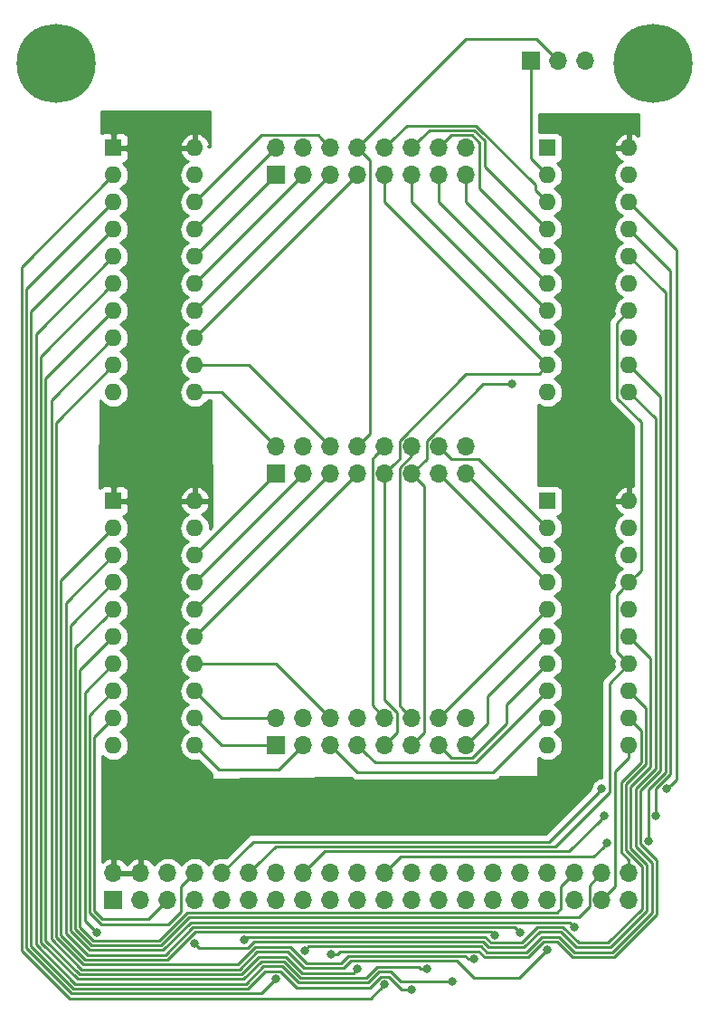
<source format=gbr>
G04 #@! TF.GenerationSoftware,KiCad,Pcbnew,(5.1.2-1)-1*
G04 #@! TF.CreationDate,2019-08-11T18:03:35-06:00*
G04 #@! TF.ProjectId,triple_hub75_v1,74726970-6c65-45f6-9875-6237355f7631,rev?*
G04 #@! TF.SameCoordinates,Original*
G04 #@! TF.FileFunction,Copper,L1,Top*
G04 #@! TF.FilePolarity,Positive*
%FSLAX46Y46*%
G04 Gerber Fmt 4.6, Leading zero omitted, Abs format (unit mm)*
G04 Created by KiCad (PCBNEW (5.1.2-1)-1) date 2019-08-11 18:03:35*
%MOMM*%
%LPD*%
G04 APERTURE LIST*
%ADD10C,7.400000*%
%ADD11O,1.600000X1.600000*%
%ADD12R,1.600000X1.600000*%
%ADD13O,1.700000X1.700000*%
%ADD14R,1.700000X1.700000*%
%ADD15C,0.800000*%
%ADD16C,0.250000*%
%ADD17C,0.254000*%
G04 APERTURE END LIST*
D10*
X187706000Y-25400000D03*
X131826000Y-25400000D03*
D11*
X144780000Y-33274000D03*
X137160000Y-56134000D03*
X144780000Y-35814000D03*
X137160000Y-53594000D03*
X144780000Y-38354000D03*
X137160000Y-51054000D03*
X144780000Y-40894000D03*
X137160000Y-48514000D03*
X144780000Y-43434000D03*
X137160000Y-45974000D03*
X144780000Y-45974000D03*
X137160000Y-43434000D03*
X144780000Y-48514000D03*
X137160000Y-40894000D03*
X144780000Y-51054000D03*
X137160000Y-38354000D03*
X144780000Y-53594000D03*
X137160000Y-35814000D03*
X144780000Y-56134000D03*
D12*
X137160000Y-33274000D03*
D11*
X185420000Y-66294000D03*
X177800000Y-89154000D03*
X185420000Y-68834000D03*
X177800000Y-86614000D03*
X185420000Y-71374000D03*
X177800000Y-84074000D03*
X185420000Y-73914000D03*
X177800000Y-81534000D03*
X185420000Y-76454000D03*
X177800000Y-78994000D03*
X185420000Y-78994000D03*
X177800000Y-76454000D03*
X185420000Y-81534000D03*
X177800000Y-73914000D03*
X185420000Y-84074000D03*
X177800000Y-71374000D03*
X185420000Y-86614000D03*
X177800000Y-68834000D03*
X185420000Y-89154000D03*
D12*
X177800000Y-66294000D03*
D11*
X185420000Y-33274000D03*
X177800000Y-56134000D03*
X185420000Y-35814000D03*
X177800000Y-53594000D03*
X185420000Y-38354000D03*
X177800000Y-51054000D03*
X185420000Y-40894000D03*
X177800000Y-48514000D03*
X185420000Y-43434000D03*
X177800000Y-45974000D03*
X185420000Y-45974000D03*
X177800000Y-43434000D03*
X185420000Y-48514000D03*
X177800000Y-40894000D03*
X185420000Y-51054000D03*
X177800000Y-38354000D03*
X185420000Y-53594000D03*
X177800000Y-35814000D03*
X185420000Y-56134000D03*
D12*
X177800000Y-33274000D03*
D11*
X144780000Y-66294000D03*
X137160000Y-89154000D03*
X144780000Y-68834000D03*
X137160000Y-86614000D03*
X144780000Y-71374000D03*
X137160000Y-84074000D03*
X144780000Y-73914000D03*
X137160000Y-81534000D03*
X144780000Y-76454000D03*
X137160000Y-78994000D03*
X144780000Y-78994000D03*
X137160000Y-76454000D03*
X144780000Y-81534000D03*
X137160000Y-73914000D03*
X144780000Y-84074000D03*
X137160000Y-71374000D03*
X144780000Y-86614000D03*
X137160000Y-68834000D03*
X144780000Y-89154000D03*
D12*
X137160000Y-66294000D03*
D13*
X170180000Y-86614000D03*
X170180000Y-89154000D03*
X167640000Y-86614000D03*
X167640000Y-89154000D03*
X165100000Y-86614000D03*
X165100000Y-89154000D03*
X162560000Y-86614000D03*
X162560000Y-89154000D03*
X160020000Y-86614000D03*
X160020000Y-89154000D03*
X157480000Y-86614000D03*
X157480000Y-89154000D03*
X154940000Y-86614000D03*
X154940000Y-89154000D03*
X152400000Y-86614000D03*
D14*
X152400000Y-89154000D03*
D13*
X170180000Y-61214000D03*
X170180000Y-63754000D03*
X167640000Y-61214000D03*
X167640000Y-63754000D03*
X165100000Y-61214000D03*
X165100000Y-63754000D03*
X162560000Y-61214000D03*
X162560000Y-63754000D03*
X160020000Y-61214000D03*
X160020000Y-63754000D03*
X157480000Y-61214000D03*
X157480000Y-63754000D03*
X154940000Y-61214000D03*
X154940000Y-63754000D03*
X152400000Y-61214000D03*
D14*
X152400000Y-63754000D03*
D13*
X181356000Y-25146000D03*
X178816000Y-25146000D03*
D14*
X176276000Y-25146000D03*
D13*
X185420000Y-101092000D03*
X185420000Y-103632000D03*
X182880000Y-101092000D03*
X182880000Y-103632000D03*
X180340000Y-101092000D03*
X180340000Y-103632000D03*
X177800000Y-101092000D03*
X177800000Y-103632000D03*
X175260000Y-101092000D03*
X175260000Y-103632000D03*
X172720000Y-101092000D03*
X172720000Y-103632000D03*
X170180000Y-101092000D03*
X170180000Y-103632000D03*
X167640000Y-101092000D03*
X167640000Y-103632000D03*
X165100000Y-101092000D03*
X165100000Y-103632000D03*
X162560000Y-101092000D03*
X162560000Y-103632000D03*
X160020000Y-101092000D03*
X160020000Y-103632000D03*
X157480000Y-101092000D03*
X157480000Y-103632000D03*
X154940000Y-101092000D03*
X154940000Y-103632000D03*
X152400000Y-101092000D03*
X152400000Y-103632000D03*
X149860000Y-101092000D03*
X149860000Y-103632000D03*
X147320000Y-101092000D03*
X147320000Y-103632000D03*
X144780000Y-101092000D03*
X144780000Y-103632000D03*
X142240000Y-101092000D03*
X142240000Y-103632000D03*
X139700000Y-101092000D03*
X139700000Y-103632000D03*
X137160000Y-101092000D03*
D14*
X137160000Y-103632000D03*
D13*
X170180000Y-33274000D03*
X170180000Y-35814000D03*
X167640000Y-33274000D03*
X167640000Y-35814000D03*
X165100000Y-33274000D03*
X165100000Y-35814000D03*
X162560000Y-33274000D03*
X162560000Y-35814000D03*
X160020000Y-33274000D03*
X160020000Y-35814000D03*
X157480000Y-33274000D03*
X157480000Y-35814000D03*
X154940000Y-33274000D03*
X154940000Y-35814000D03*
X152400000Y-33274000D03*
D14*
X152400000Y-35814000D03*
D15*
X174498000Y-55372000D03*
X180340006Y-106172000D03*
X177800000Y-108232077D03*
X172829193Y-106882044D03*
X175260000Y-106680000D03*
X170942000Y-109132109D03*
X168910000Y-111252000D03*
X166482407Y-110032121D03*
X165100000Y-112014000D03*
X187223104Y-98122062D03*
X183388000Y-98298000D03*
X162560000Y-111506000D03*
X160020000Y-110032129D03*
X157537690Y-108682088D03*
X187960000Y-95700319D03*
X183134000Y-95758000D03*
X155040189Y-108357811D03*
X152400004Y-110998000D03*
X149381067Y-107332055D03*
X188976000Y-93218000D03*
X182880000Y-93218000D03*
X144780000Y-107695994D03*
X135636000Y-106679988D03*
D16*
X141732000Y-101092000D02*
X142240000Y-101092000D01*
X170180000Y-38354000D02*
X170180000Y-35814000D01*
X177800000Y-45974000D02*
X170180000Y-38354000D01*
X168489999Y-32424001D02*
X167640000Y-33274000D01*
X168815001Y-32098999D02*
X168489999Y-32424001D01*
X170744001Y-32098999D02*
X168815001Y-32098999D01*
X171450000Y-32804998D02*
X170744001Y-32098999D01*
X171450000Y-37084000D02*
X171450000Y-32804998D01*
X177800000Y-43434000D02*
X171450000Y-37084000D01*
X167640000Y-38354000D02*
X167640000Y-35814000D01*
X177800000Y-48514000D02*
X167640000Y-38354000D01*
X166725011Y-31648989D02*
X165949999Y-32424001D01*
X165949999Y-32424001D02*
X165100000Y-33274000D01*
X170930401Y-31648989D02*
X166725011Y-31648989D01*
X171900009Y-32618597D02*
X170930401Y-31648989D01*
X171900010Y-34994010D02*
X171900009Y-32618597D01*
X177800000Y-40894000D02*
X171900010Y-34994010D01*
X165100000Y-62014998D02*
X163924999Y-63189999D01*
X164250001Y-85764001D02*
X165100000Y-86614000D01*
X163924999Y-85438999D02*
X164250001Y-85764001D01*
X163924999Y-63189999D02*
X163924999Y-85438999D01*
X165100000Y-61214000D02*
X165100000Y-62014998D01*
X165100000Y-38354000D02*
X165100000Y-35814000D01*
X177800000Y-51054000D02*
X165100000Y-38354000D01*
X165949999Y-64603999D02*
X165100000Y-63754000D01*
X166275001Y-64929001D02*
X165949999Y-64603999D01*
X166275001Y-87978999D02*
X166275001Y-64929001D01*
X165100000Y-89154000D02*
X166275001Y-87978999D01*
X171742998Y-55372000D02*
X174498000Y-55372000D01*
X166464999Y-60649999D02*
X171742998Y-55372000D01*
X166464999Y-62389001D02*
X166464999Y-60649999D01*
X165100000Y-63754000D02*
X166464999Y-62389001D01*
X163409999Y-32424001D02*
X162560000Y-33274000D01*
X164635021Y-31198979D02*
X163409999Y-32424001D01*
X171116801Y-31198979D02*
X164635021Y-31198979D01*
X176674999Y-36757177D02*
X171116801Y-31198979D01*
X176674999Y-37228999D02*
X176674999Y-36757177D01*
X177800000Y-38354000D02*
X176674999Y-37228999D01*
X161384999Y-62389001D02*
X161710001Y-62063999D01*
X161384999Y-85438999D02*
X161384999Y-62389001D01*
X161710001Y-62063999D02*
X162560000Y-61214000D01*
X162560000Y-86614000D02*
X161384999Y-85438999D01*
X162560000Y-38354000D02*
X162560000Y-35814000D01*
X177800000Y-53594000D02*
X162560000Y-38354000D01*
X163924999Y-62389001D02*
X163409999Y-62904001D01*
X163409999Y-62904001D02*
X162560000Y-63754000D01*
X170180999Y-54393999D02*
X163924999Y-60649999D01*
X163924999Y-60649999D02*
X163924999Y-62389001D01*
X177000001Y-54393999D02*
X170180999Y-54393999D01*
X177800000Y-53594000D02*
X177000001Y-54393999D01*
X163735001Y-87978999D02*
X163409999Y-88304001D01*
X163735001Y-86049999D02*
X163735001Y-87978999D01*
X162560000Y-84874998D02*
X163735001Y-86049999D01*
X163409999Y-88304001D02*
X162560000Y-89154000D01*
X162560000Y-63754000D02*
X162560000Y-84874998D01*
X160869999Y-60364001D02*
X160020000Y-61214000D01*
X161195001Y-60038999D02*
X160869999Y-60364001D01*
X161195001Y-34449001D02*
X161195001Y-60038999D01*
X160020000Y-33274000D02*
X161195001Y-34449001D01*
X163068000Y-30226000D02*
X160020000Y-33274000D01*
X176784000Y-23114000D02*
X170180000Y-23114000D01*
X170180000Y-23114000D02*
X163068000Y-30226000D01*
X178816000Y-25146000D02*
X176784000Y-23114000D01*
X144780000Y-51054000D02*
X160020000Y-35814000D01*
X156630001Y-32424001D02*
X157480000Y-33274000D01*
X156304999Y-32098999D02*
X156630001Y-32424001D01*
X151035001Y-32098999D02*
X156304999Y-32098999D01*
X144780000Y-38354000D02*
X151035001Y-32098999D01*
X144780000Y-48514000D02*
X157480000Y-35814000D01*
X144780000Y-45974000D02*
X154940000Y-35814000D01*
X144780000Y-40894000D02*
X152400000Y-33274000D01*
X152400000Y-35814000D02*
X144780000Y-43434000D01*
X186545001Y-90757531D02*
X184672953Y-92629579D01*
X185420000Y-86614000D02*
X186545001Y-87739001D01*
X185420000Y-99889919D02*
X185420000Y-101092000D01*
X186545001Y-87739001D02*
X186545001Y-90757531D01*
X184672953Y-99142872D02*
X185420000Y-99889919D01*
X184672953Y-92629579D02*
X184672953Y-99142872D01*
X181704999Y-102267001D02*
X181704999Y-104241997D01*
X141638756Y-107855009D02*
X135101596Y-107855009D01*
X182880000Y-101092000D02*
X181704999Y-102267001D01*
X180689984Y-105257012D02*
X144236753Y-105257012D01*
X133581968Y-106335381D02*
X133581968Y-80032032D01*
X181704999Y-104241997D02*
X180689984Y-105257012D01*
X133581968Y-80032032D02*
X136360001Y-77253999D01*
X136360001Y-77253999D02*
X137160000Y-76454000D01*
X144236753Y-105257012D02*
X141638756Y-107855009D01*
X135101596Y-107855009D02*
X133581968Y-106335381D01*
X183729999Y-102782001D02*
X182880000Y-103632000D01*
X185420000Y-90285370D02*
X184150000Y-91555370D01*
X185420000Y-89154000D02*
X185420000Y-90285370D01*
X184150000Y-102362000D02*
X182880000Y-103632000D01*
X184150000Y-91555370D02*
X184150000Y-102362000D01*
X178656999Y-104807001D02*
X179070000Y-104394000D01*
X179070000Y-102362000D02*
X179490001Y-101941999D01*
X179070000Y-104394000D02*
X179070000Y-102362000D01*
X144050353Y-104807001D02*
X178656999Y-104807001D01*
X134031979Y-106148981D02*
X135287996Y-107404998D01*
X135287996Y-107404998D02*
X141452356Y-107404998D01*
X137160000Y-78994000D02*
X134031979Y-82122021D01*
X134031979Y-82122021D02*
X134031979Y-106148981D01*
X179490001Y-101941999D02*
X180340000Y-101092000D01*
X141452356Y-107404998D02*
X144050353Y-104807001D01*
X134915196Y-108305020D02*
X141825156Y-108305020D01*
X179940007Y-105772001D02*
X180340006Y-106172000D01*
X144423153Y-105707023D02*
X179875029Y-105707023D01*
X133131957Y-77942043D02*
X133131957Y-106521781D01*
X179875029Y-105707023D02*
X179940007Y-105772001D01*
X133131957Y-106521781D02*
X134915196Y-108305020D01*
X137160000Y-73914000D02*
X133131957Y-77942043D01*
X141825156Y-108305020D02*
X144423153Y-105707023D01*
X148971567Y-110105052D02*
X150603669Y-108472957D01*
X170891001Y-110889999D02*
X175142078Y-110889999D01*
X158678040Y-109996955D02*
X159367884Y-109307111D01*
X150603669Y-108472957D02*
X153493607Y-108472961D01*
X137160000Y-51054000D02*
X131331916Y-56882084D01*
X148971564Y-110105055D02*
X148971567Y-110105052D01*
X175142078Y-110889999D02*
X177400001Y-108632076D01*
X155017601Y-109996955D02*
X158678040Y-109996955D01*
X169308115Y-109307111D02*
X170891001Y-110889999D01*
X159367884Y-109307111D02*
X169308115Y-109307111D01*
X131331916Y-56882084D02*
X131331916Y-107267378D01*
X134169592Y-110105055D02*
X148971564Y-110105055D01*
X153493607Y-108472961D02*
X155017601Y-109996955D01*
X177400001Y-108632076D02*
X177800000Y-108232077D01*
X131331916Y-107267378D02*
X134169592Y-110105055D01*
X175260000Y-100838000D02*
X175260000Y-101092000D01*
X144795953Y-106607045D02*
X172554194Y-106607045D01*
X132231935Y-106894581D02*
X134542396Y-109205042D01*
X134542396Y-109205042D02*
X142197956Y-109205042D01*
X142197956Y-109205042D02*
X144795953Y-106607045D01*
X132231936Y-73762064D02*
X132231935Y-75665654D01*
X172554194Y-106607045D02*
X172829193Y-106882044D01*
X137160000Y-68834000D02*
X132231936Y-73762064D01*
X132231935Y-75665654D02*
X132231935Y-106894581D01*
X142011556Y-108755031D02*
X144609553Y-106157034D01*
X132681946Y-75852054D02*
X132681946Y-106708181D01*
X134728796Y-108755031D02*
X142011556Y-108755031D01*
X174860001Y-106280001D02*
X175260000Y-106680000D01*
X132681946Y-106708181D02*
X134728796Y-108755031D01*
X137160000Y-71374000D02*
X132681946Y-75852054D01*
X144609553Y-106157034D02*
X174737034Y-106157034D01*
X174737034Y-106157034D02*
X174860001Y-106280001D01*
X159181484Y-108857100D02*
X170101306Y-108857100D01*
X134355992Y-109655044D02*
X148785165Y-109655044D01*
X148785165Y-109655044D02*
X150417270Y-108022947D01*
X155204003Y-109546944D02*
X158491640Y-109546944D01*
X158491640Y-109546944D02*
X159181484Y-108857100D01*
X170101306Y-108857100D02*
X170376315Y-109132109D01*
X131781927Y-107080979D02*
X134355992Y-109655044D01*
X137160000Y-53594000D02*
X131781927Y-58972073D01*
X170376315Y-109132109D02*
X170942000Y-109132109D01*
X131781927Y-58972073D02*
X131781927Y-107080979D01*
X150417270Y-108022947D02*
X153680008Y-108022951D01*
X153680008Y-108022951D02*
X155204003Y-109546944D01*
X137160000Y-43434000D02*
X129909982Y-50684018D01*
X129909982Y-50684018D02*
X129909982Y-107754678D01*
X133610392Y-111455088D02*
X149530765Y-111455088D01*
X129909982Y-107754678D02*
X133610392Y-111455088D01*
X164015415Y-111252000D02*
X168344315Y-111252000D01*
X149530765Y-111455088D02*
X151162866Y-109822987D01*
X151162866Y-109822987D02*
X152934404Y-109822990D01*
X154458402Y-111346988D02*
X161009597Y-111346988D01*
X161009597Y-111346988D02*
X162025598Y-110330987D01*
X162025598Y-110330987D02*
X163094402Y-110330987D01*
X152934404Y-109822990D02*
X154458402Y-111346988D01*
X168344315Y-111252000D02*
X168910000Y-111252000D01*
X163094402Y-110330987D02*
X164015415Y-111252000D01*
X149344365Y-111005077D02*
X150976467Y-109372977D01*
X137160000Y-45974000D02*
X130359993Y-52774007D01*
X154644802Y-110896977D02*
X160823197Y-110896977D01*
X160823197Y-110896977D02*
X161839198Y-109880976D01*
X150976467Y-109372977D02*
X153120805Y-109372980D01*
X161839198Y-109880976D02*
X165765577Y-109880976D01*
X165916722Y-110032121D02*
X166482407Y-110032121D01*
X153120805Y-109372980D02*
X154644802Y-110896977D01*
X165765577Y-109880976D02*
X165916722Y-110032121D01*
X133796792Y-111005077D02*
X149344365Y-111005077D01*
X130359993Y-52774007D02*
X130359993Y-107568276D01*
X130359993Y-107568276D02*
X133796792Y-111005077D01*
X164846000Y-103632000D02*
X165100000Y-103632000D01*
X133423992Y-111905099D02*
X149717165Y-111905099D01*
X151349266Y-110272998D02*
X152748003Y-110272999D01*
X164141004Y-112014000D02*
X164534315Y-112014000D01*
X129459971Y-48594029D02*
X129459971Y-107941078D01*
X137160000Y-40894000D02*
X129459971Y-48594029D01*
X152748003Y-110272999D02*
X154272003Y-111796999D01*
X164534315Y-112014000D02*
X165100000Y-112014000D01*
X154272003Y-111796999D02*
X161195997Y-111796999D01*
X162908002Y-110780998D02*
X164141004Y-112014000D01*
X161195997Y-111796999D02*
X162211998Y-110780998D01*
X162211998Y-110780998D02*
X162908002Y-110780998D01*
X149717165Y-111905099D02*
X151349266Y-110272998D01*
X129459971Y-107941078D02*
X133423992Y-111905099D01*
X187223104Y-93261483D02*
X187223104Y-97556377D01*
X185420000Y-43434000D02*
X188816988Y-46830988D01*
X188816988Y-46830988D02*
X188816988Y-91667599D01*
X187223104Y-97556377D02*
X187223104Y-98122062D01*
X188816988Y-91667599D02*
X187223104Y-93261483D01*
X182118000Y-99568000D02*
X182988001Y-98697999D01*
X164084000Y-99568000D02*
X182118000Y-99568000D01*
X162560000Y-101092000D02*
X164084000Y-99568000D01*
X182988001Y-98697999D02*
X183388000Y-98298000D01*
X162160001Y-111905999D02*
X162560000Y-111506000D01*
X161260882Y-112805118D02*
X162560000Y-111506000D01*
X133051191Y-112805118D02*
X161260882Y-112805118D01*
X128559952Y-108313879D02*
X133051191Y-112805118D01*
X128559951Y-44414049D02*
X128559952Y-108313879D01*
X137160000Y-35814000D02*
X128559951Y-44414049D01*
X159605163Y-110446966D02*
X159620001Y-110432128D01*
X137160000Y-48514000D02*
X130810004Y-54863996D01*
X159620001Y-110432128D02*
X160020000Y-110032129D01*
X130810004Y-54863996D02*
X130810004Y-107381876D01*
X153307206Y-108922970D02*
X154831202Y-110446966D01*
X150790068Y-108922967D02*
X153307206Y-108922970D01*
X133983192Y-110555066D02*
X149157965Y-110555066D01*
X154831202Y-110446966D02*
X159605163Y-110446966D01*
X130810004Y-107381876D02*
X133983192Y-110555066D01*
X149157965Y-110555066D02*
X149421576Y-110291454D01*
X149421576Y-110291454D02*
X150790068Y-108922967D01*
X180134081Y-108957079D02*
X180134067Y-108957065D01*
X188345038Y-56519038D02*
X188345038Y-91503140D01*
X171921991Y-108957079D02*
X171372002Y-108407089D01*
X171372002Y-108407089D02*
X158378374Y-108407089D01*
X186472997Y-98397274D02*
X187996998Y-99921274D01*
X184036154Y-108957079D02*
X180134081Y-108957079D01*
X158103375Y-108682088D02*
X157537690Y-108682088D01*
X187996998Y-99921274D02*
X187996998Y-104996235D01*
X180134067Y-108957065D02*
X178684075Y-107507067D01*
X187996998Y-104996235D02*
X184036154Y-108957079D01*
X185420000Y-53594000D02*
X188345038Y-56519038D01*
X177423930Y-107507067D02*
X175973917Y-108957079D01*
X178684075Y-107507067D02*
X177423930Y-107507067D01*
X188345038Y-91503140D02*
X186472997Y-93375179D01*
X186472997Y-93375179D02*
X186472997Y-98397274D01*
X175973917Y-108957079D02*
X171921991Y-108957079D01*
X158378374Y-108407089D02*
X158103375Y-108682088D01*
X185420000Y-40894000D02*
X189266999Y-44740999D01*
X189266999Y-44740999D02*
X189266999Y-91853999D01*
X187960000Y-93160998D02*
X187960000Y-95134634D01*
X187960000Y-95134634D02*
X187960000Y-95700319D01*
X189266999Y-91853999D02*
X187960000Y-93160998D01*
X156972000Y-99060000D02*
X179832000Y-99060000D01*
X179832000Y-99060000D02*
X182734001Y-96157999D01*
X154940000Y-101092000D02*
X156972000Y-99060000D01*
X182734001Y-96157999D02*
X183134000Y-95758000D01*
X180320481Y-108507068D02*
X180320469Y-108507056D01*
X187546987Y-104809835D02*
X183849754Y-108507068D01*
X187546987Y-100107674D02*
X187546987Y-104809835D01*
X187895027Y-58609027D02*
X187895027Y-91316740D01*
X186022986Y-93188779D02*
X186022986Y-98583674D01*
X180320469Y-108507056D02*
X178870475Y-107057056D01*
X187895027Y-91316740D02*
X186022986Y-93188779D01*
X171558402Y-107957078D02*
X155440922Y-107957078D01*
X172108391Y-108507068D02*
X171558402Y-107957078D01*
X177237529Y-107057056D02*
X175787517Y-108507068D01*
X178870475Y-107057056D02*
X177237529Y-107057056D01*
X155440922Y-107957078D02*
X155440188Y-107957812D01*
X185420000Y-56134000D02*
X187895027Y-58609027D01*
X183849754Y-108507068D02*
X180320481Y-108507068D01*
X186022986Y-98583674D02*
X187546987Y-100107674D01*
X155440188Y-107957812D02*
X155040189Y-108357811D01*
X175787517Y-108507068D02*
X172108391Y-108507068D01*
X129009961Y-46504039D02*
X137160000Y-38354000D01*
X133237591Y-112355108D02*
X129009961Y-108127478D01*
X151042896Y-112355108D02*
X133237591Y-112355108D01*
X129009961Y-108127478D02*
X129009961Y-46504039D01*
X152400004Y-110998000D02*
X151042896Y-112355108D01*
X184620001Y-74713999D02*
X185420000Y-73914000D01*
X184294999Y-80408999D02*
X184294999Y-75039001D01*
X184294999Y-75039001D02*
X184620001Y-74713999D01*
X185420000Y-81534000D02*
X184294999Y-80408999D01*
X186545001Y-72788999D02*
X186219999Y-73114001D01*
X186545001Y-58924003D02*
X186545001Y-72788999D01*
X186219999Y-73114001D02*
X185420000Y-73914000D01*
X184294999Y-49639001D02*
X184294999Y-56674001D01*
X184294999Y-56674001D02*
X186545001Y-58924003D01*
X185420000Y-48514000D02*
X184294999Y-49639001D01*
X183605001Y-93566001D02*
X178561011Y-98609991D01*
X183605001Y-83348999D02*
X183605001Y-93566001D01*
X178561011Y-98609991D02*
X152342009Y-98609991D01*
X185420000Y-81534000D02*
X183605001Y-83348999D01*
X152342009Y-98609991D02*
X150709999Y-100242001D01*
X150709999Y-100242001D02*
X149860000Y-101092000D01*
X186646965Y-100480474D02*
X186646965Y-104437035D01*
X172481191Y-107607046D02*
X171931201Y-107057056D01*
X186646965Y-104437035D02*
X183476954Y-107607045D01*
X186995005Y-90943940D02*
X185122964Y-92815979D01*
X176864729Y-106157034D02*
X175414717Y-107607046D01*
X185122964Y-98956474D02*
X186646965Y-100480474D01*
X175414717Y-107607046D02*
X172481191Y-107607046D01*
X171931201Y-107057056D02*
X149656066Y-107057056D01*
X180693273Y-107607038D02*
X179243275Y-106157034D01*
X149656066Y-107057056D02*
X149381067Y-107332055D01*
X185420000Y-84074000D02*
X186995005Y-85649005D01*
X186995005Y-85649005D02*
X186995005Y-90943940D01*
X179243275Y-106157034D02*
X176864729Y-106157034D01*
X185122964Y-92815979D02*
X185122964Y-98956474D01*
X183476954Y-107607045D02*
X180693273Y-107607038D01*
X185420000Y-38354000D02*
X189883999Y-42817999D01*
X189883999Y-42817999D02*
X189883999Y-92310001D01*
X189883999Y-92310001D02*
X189375999Y-92818001D01*
X189375999Y-92818001D02*
X188976000Y-93218000D01*
X147320000Y-101092000D02*
X150252020Y-98159980D01*
X150252020Y-98159980D02*
X177938020Y-98159980D01*
X177938020Y-98159980D02*
X182480001Y-93617999D01*
X182480001Y-93617999D02*
X182880000Y-93218000D01*
X136015590Y-105918000D02*
X142302944Y-105918000D01*
X137160000Y-84074000D02*
X134931991Y-86302009D01*
X143499999Y-104720944D02*
X143499999Y-102372001D01*
X134931991Y-86302009D02*
X134931991Y-104834401D01*
X142302944Y-105918000D02*
X143499999Y-104720944D01*
X143930001Y-101941999D02*
X144780000Y-101092000D01*
X134931991Y-104834401D02*
X136015590Y-105918000D01*
X143499999Y-102372001D02*
X143930001Y-101941999D01*
X177051129Y-106607045D02*
X175601117Y-108057057D01*
X187096976Y-104623435D02*
X183663354Y-108057057D01*
X185572975Y-93002379D02*
X185572975Y-98770074D01*
X179056875Y-106607045D02*
X177051129Y-106607045D01*
X180506871Y-108057047D02*
X179056875Y-106607045D01*
X172294791Y-108057057D02*
X171744801Y-107507067D01*
X185420000Y-78994000D02*
X187445016Y-81019016D01*
X187445016Y-81019016D02*
X187445016Y-91130340D01*
X185572975Y-98770074D02*
X187096976Y-100294074D01*
X171744801Y-107507067D02*
X150296731Y-107507067D01*
X145179999Y-108095993D02*
X144780000Y-107695994D01*
X175601117Y-108057057D02*
X172294791Y-108057057D01*
X183663354Y-108057057D02*
X180506871Y-108057047D01*
X187096976Y-100294074D02*
X187096976Y-104623435D01*
X149707805Y-108095993D02*
X145179999Y-108095993D01*
X150296731Y-107507067D02*
X149707805Y-108095993D01*
X187445016Y-91130340D02*
X185572975Y-93002379D01*
X142240000Y-103632000D02*
X140462000Y-105410000D01*
X137160000Y-86614000D02*
X135382000Y-88392000D01*
X135382000Y-104648000D02*
X136144000Y-105410000D01*
X135382000Y-88392000D02*
X135382000Y-104648000D01*
X140462000Y-105410000D02*
X136144000Y-105410000D01*
X134481982Y-105525970D02*
X135636000Y-106679988D01*
X134481982Y-84212018D02*
X134481982Y-105525970D01*
X137160000Y-81534000D02*
X134481982Y-84212018D01*
X177800000Y-71374000D02*
X170180000Y-63754000D01*
X168815001Y-62389001D02*
X168489999Y-62063999D01*
X171355001Y-62389001D02*
X168815001Y-62389001D01*
X168489999Y-62063999D02*
X167640000Y-61214000D01*
X177800000Y-68834000D02*
X171355001Y-62389001D01*
X177800000Y-73914000D02*
X167640000Y-63754000D01*
X160020000Y-63754000D02*
X144780000Y-78994000D01*
X149860000Y-53594000D02*
X157480000Y-61214000D01*
X144780000Y-53594000D02*
X149860000Y-53594000D01*
X157480000Y-63754000D02*
X144780000Y-76454000D01*
X154940000Y-63754000D02*
X144780000Y-73914000D01*
X147320000Y-56134000D02*
X152400000Y-61214000D01*
X144780000Y-56134000D02*
X147320000Y-56134000D01*
X152400000Y-63754000D02*
X144780000Y-71374000D01*
X172212000Y-87122000D02*
X171029999Y-88304001D01*
X172212000Y-84582000D02*
X172212000Y-87122000D01*
X171029999Y-88304001D02*
X170180000Y-89154000D01*
X177800000Y-78994000D02*
X172212000Y-84582000D01*
X177800000Y-76454000D02*
X167640000Y-86614000D01*
X168489999Y-90003999D02*
X167640000Y-89154000D01*
X177800000Y-81534000D02*
X173990000Y-85344000D01*
X168815001Y-90329001D02*
X168489999Y-90003999D01*
X173990000Y-87083002D02*
X170744001Y-90329001D01*
X170744001Y-90329001D02*
X168815001Y-90329001D01*
X173990000Y-85344000D02*
X173990000Y-87083002D01*
X160869999Y-90003999D02*
X160020000Y-89154000D01*
X171094989Y-90779011D02*
X161645011Y-90779011D01*
X161645011Y-90779011D02*
X160869999Y-90003999D01*
X177800000Y-84074000D02*
X171094989Y-90779011D01*
X152400000Y-81534000D02*
X157480000Y-86614000D01*
X144780000Y-81534000D02*
X152400000Y-81534000D01*
X160020000Y-91694000D02*
X158329999Y-90003999D01*
X158329999Y-90003999D02*
X157480000Y-89154000D01*
X172720000Y-91694000D02*
X160020000Y-91694000D01*
X177800000Y-86614000D02*
X172720000Y-91694000D01*
X152654000Y-91440000D02*
X154940000Y-89154000D01*
X147066000Y-91440000D02*
X152654000Y-91440000D01*
X144780000Y-89154000D02*
X147066000Y-91440000D01*
X152146000Y-86360000D02*
X152400000Y-86614000D01*
X147320000Y-86614000D02*
X144780000Y-84074000D01*
X152400000Y-86614000D02*
X147320000Y-86614000D01*
X147320000Y-89154000D02*
X144780000Y-86614000D01*
X152400000Y-89154000D02*
X147320000Y-89154000D01*
X177800000Y-35814000D02*
X176276000Y-34290000D01*
X176276000Y-27978998D02*
X176276000Y-34290000D01*
X176276000Y-27978998D02*
X176276000Y-25146000D01*
D17*
G36*
X146188989Y-33146998D02*
G01*
X146049916Y-33146998D01*
X146171904Y-32924961D01*
X146131246Y-32790913D01*
X146011037Y-32536580D01*
X145843519Y-32310586D01*
X145635131Y-32121615D01*
X145393881Y-31976930D01*
X145129040Y-31882091D01*
X144907000Y-32003376D01*
X144907000Y-33147000D01*
X144927000Y-33147000D01*
X144927000Y-33401000D01*
X144907000Y-33401000D01*
X144907000Y-33421000D01*
X144653000Y-33421000D01*
X144653000Y-33401000D01*
X143510085Y-33401000D01*
X143388096Y-33623039D01*
X143428754Y-33757087D01*
X143548963Y-34011420D01*
X143716481Y-34237414D01*
X143924869Y-34426385D01*
X144116682Y-34541421D01*
X143978899Y-34615068D01*
X143760392Y-34794392D01*
X143581068Y-35012899D01*
X143447818Y-35262192D01*
X143365764Y-35532691D01*
X143338057Y-35814000D01*
X143365764Y-36095309D01*
X143447818Y-36365808D01*
X143581068Y-36615101D01*
X143760392Y-36833608D01*
X143978899Y-37012932D01*
X144111858Y-37084000D01*
X143978899Y-37155068D01*
X143760392Y-37334392D01*
X143581068Y-37552899D01*
X143447818Y-37802192D01*
X143365764Y-38072691D01*
X143338057Y-38354000D01*
X143365764Y-38635309D01*
X143447818Y-38905808D01*
X143581068Y-39155101D01*
X143760392Y-39373608D01*
X143978899Y-39552932D01*
X144111858Y-39624000D01*
X143978899Y-39695068D01*
X143760392Y-39874392D01*
X143581068Y-40092899D01*
X143447818Y-40342192D01*
X143365764Y-40612691D01*
X143338057Y-40894000D01*
X143365764Y-41175309D01*
X143447818Y-41445808D01*
X143581068Y-41695101D01*
X143760392Y-41913608D01*
X143978899Y-42092932D01*
X144111858Y-42164000D01*
X143978899Y-42235068D01*
X143760392Y-42414392D01*
X143581068Y-42632899D01*
X143447818Y-42882192D01*
X143365764Y-43152691D01*
X143338057Y-43434000D01*
X143365764Y-43715309D01*
X143447818Y-43985808D01*
X143581068Y-44235101D01*
X143760392Y-44453608D01*
X143978899Y-44632932D01*
X144111858Y-44704000D01*
X143978899Y-44775068D01*
X143760392Y-44954392D01*
X143581068Y-45172899D01*
X143447818Y-45422192D01*
X143365764Y-45692691D01*
X143338057Y-45974000D01*
X143365764Y-46255309D01*
X143447818Y-46525808D01*
X143581068Y-46775101D01*
X143760392Y-46993608D01*
X143978899Y-47172932D01*
X144111858Y-47244000D01*
X143978899Y-47315068D01*
X143760392Y-47494392D01*
X143581068Y-47712899D01*
X143447818Y-47962192D01*
X143365764Y-48232691D01*
X143338057Y-48514000D01*
X143365764Y-48795309D01*
X143447818Y-49065808D01*
X143581068Y-49315101D01*
X143760392Y-49533608D01*
X143978899Y-49712932D01*
X144111858Y-49784000D01*
X143978899Y-49855068D01*
X143760392Y-50034392D01*
X143581068Y-50252899D01*
X143447818Y-50502192D01*
X143365764Y-50772691D01*
X143338057Y-51054000D01*
X143365764Y-51335309D01*
X143447818Y-51605808D01*
X143581068Y-51855101D01*
X143760392Y-52073608D01*
X143978899Y-52252932D01*
X144111858Y-52324000D01*
X143978899Y-52395068D01*
X143760392Y-52574392D01*
X143581068Y-52792899D01*
X143447818Y-53042192D01*
X143365764Y-53312691D01*
X143338057Y-53594000D01*
X143365764Y-53875309D01*
X143447818Y-54145808D01*
X143581068Y-54395101D01*
X143760392Y-54613608D01*
X143978899Y-54792932D01*
X144111858Y-54864000D01*
X143978899Y-54935068D01*
X143760392Y-55114392D01*
X143581068Y-55332899D01*
X143447818Y-55582192D01*
X143365764Y-55852691D01*
X143338057Y-56134000D01*
X143365764Y-56415309D01*
X143447818Y-56685808D01*
X143581068Y-56935101D01*
X143760392Y-57153608D01*
X143978899Y-57332932D01*
X144228192Y-57466182D01*
X144498691Y-57548236D01*
X144709508Y-57569000D01*
X144850492Y-57569000D01*
X145061309Y-57548236D01*
X145331808Y-57466182D01*
X145581101Y-57332932D01*
X145799608Y-57153608D01*
X145978932Y-56935101D01*
X146000901Y-56894000D01*
X146272021Y-56894000D01*
X146313530Y-68765669D01*
X146219402Y-68859797D01*
X146221943Y-68834000D01*
X146194236Y-68552691D01*
X146112182Y-68282192D01*
X145978932Y-68032899D01*
X145799608Y-67814392D01*
X145581101Y-67635068D01*
X145443318Y-67561421D01*
X145635131Y-67446385D01*
X145843519Y-67257414D01*
X146011037Y-67031420D01*
X146131246Y-66777087D01*
X146171904Y-66643039D01*
X146049915Y-66421000D01*
X144907000Y-66421000D01*
X144907000Y-66441000D01*
X144653000Y-66441000D01*
X144653000Y-66421000D01*
X143510085Y-66421000D01*
X143388096Y-66643039D01*
X143428754Y-66777087D01*
X143548963Y-67031420D01*
X143716481Y-67257414D01*
X143924869Y-67446385D01*
X144116682Y-67561421D01*
X143978899Y-67635068D01*
X143760392Y-67814392D01*
X143581068Y-68032899D01*
X143447818Y-68282192D01*
X143365764Y-68552691D01*
X143338057Y-68834000D01*
X143365764Y-69115309D01*
X143447818Y-69385808D01*
X143581068Y-69635101D01*
X143760392Y-69853608D01*
X143978899Y-70032932D01*
X144111858Y-70104000D01*
X143978899Y-70175068D01*
X143760392Y-70354392D01*
X143581068Y-70572899D01*
X143447818Y-70822192D01*
X143365764Y-71092691D01*
X143338057Y-71374000D01*
X143365764Y-71655309D01*
X143447818Y-71925808D01*
X143581068Y-72175101D01*
X143760392Y-72393608D01*
X143978899Y-72572932D01*
X144111858Y-72644000D01*
X143978899Y-72715068D01*
X143760392Y-72894392D01*
X143581068Y-73112899D01*
X143447818Y-73362192D01*
X143365764Y-73632691D01*
X143338057Y-73914000D01*
X143365764Y-74195309D01*
X143447818Y-74465808D01*
X143581068Y-74715101D01*
X143760392Y-74933608D01*
X143978899Y-75112932D01*
X144111858Y-75184000D01*
X143978899Y-75255068D01*
X143760392Y-75434392D01*
X143581068Y-75652899D01*
X143447818Y-75902192D01*
X143365764Y-76172691D01*
X143338057Y-76454000D01*
X143365764Y-76735309D01*
X143447818Y-77005808D01*
X143581068Y-77255101D01*
X143760392Y-77473608D01*
X143978899Y-77652932D01*
X144111858Y-77724000D01*
X143978899Y-77795068D01*
X143760392Y-77974392D01*
X143581068Y-78192899D01*
X143447818Y-78442192D01*
X143365764Y-78712691D01*
X143338057Y-78994000D01*
X143365764Y-79275309D01*
X143447818Y-79545808D01*
X143581068Y-79795101D01*
X143760392Y-80013608D01*
X143978899Y-80192932D01*
X144111858Y-80264000D01*
X143978899Y-80335068D01*
X143760392Y-80514392D01*
X143581068Y-80732899D01*
X143447818Y-80982192D01*
X143365764Y-81252691D01*
X143338057Y-81534000D01*
X143365764Y-81815309D01*
X143447818Y-82085808D01*
X143581068Y-82335101D01*
X143760392Y-82553608D01*
X143978899Y-82732932D01*
X144111858Y-82804000D01*
X143978899Y-82875068D01*
X143760392Y-83054392D01*
X143581068Y-83272899D01*
X143447818Y-83522192D01*
X143365764Y-83792691D01*
X143338057Y-84074000D01*
X143365764Y-84355309D01*
X143447818Y-84625808D01*
X143581068Y-84875101D01*
X143760392Y-85093608D01*
X143978899Y-85272932D01*
X144111858Y-85344000D01*
X143978899Y-85415068D01*
X143760392Y-85594392D01*
X143581068Y-85812899D01*
X143447818Y-86062192D01*
X143365764Y-86332691D01*
X143338057Y-86614000D01*
X143365764Y-86895309D01*
X143447818Y-87165808D01*
X143581068Y-87415101D01*
X143760392Y-87633608D01*
X143978899Y-87812932D01*
X144111858Y-87884000D01*
X143978899Y-87955068D01*
X143760392Y-88134392D01*
X143581068Y-88352899D01*
X143447818Y-88602192D01*
X143365764Y-88872691D01*
X143338057Y-89154000D01*
X143365764Y-89435309D01*
X143447818Y-89705808D01*
X143581068Y-89955101D01*
X143760392Y-90173608D01*
X143978899Y-90352932D01*
X144228192Y-90486182D01*
X144498691Y-90568236D01*
X144709508Y-90589000D01*
X144850492Y-90589000D01*
X145061309Y-90568236D01*
X145105906Y-90554708D01*
X146394220Y-91843022D01*
X146422417Y-99907567D01*
X146264866Y-100036866D01*
X146079294Y-100262986D01*
X146050000Y-100317791D01*
X146020706Y-100262986D01*
X145835134Y-100036866D01*
X145609014Y-99851294D01*
X145351034Y-99713401D01*
X145071111Y-99628487D01*
X144852950Y-99607000D01*
X144707050Y-99607000D01*
X144488889Y-99628487D01*
X144208966Y-99713401D01*
X143950986Y-99851294D01*
X143724866Y-100036866D01*
X143539294Y-100262986D01*
X143510000Y-100317791D01*
X143480706Y-100262986D01*
X143295134Y-100036866D01*
X143069014Y-99851294D01*
X142811034Y-99713401D01*
X142531111Y-99628487D01*
X142312950Y-99607000D01*
X142167050Y-99607000D01*
X141948889Y-99628487D01*
X141668966Y-99713401D01*
X141410986Y-99851294D01*
X141184866Y-100036866D01*
X140999294Y-100262986D01*
X140964799Y-100327523D01*
X140895178Y-100210645D01*
X140700269Y-99994412D01*
X140466920Y-99820359D01*
X140204099Y-99695175D01*
X140056890Y-99650524D01*
X139827000Y-99771845D01*
X139827000Y-100965000D01*
X139847000Y-100965000D01*
X139847000Y-101219000D01*
X139827000Y-101219000D01*
X139827000Y-101239000D01*
X139573000Y-101239000D01*
X139573000Y-101219000D01*
X137287000Y-101219000D01*
X137287000Y-101239000D01*
X137033000Y-101239000D01*
X137033000Y-101219000D01*
X137013000Y-101219000D01*
X137013000Y-100965000D01*
X137033000Y-100965000D01*
X137033000Y-99771845D01*
X137287000Y-99771845D01*
X137287000Y-100965000D01*
X139573000Y-100965000D01*
X139573000Y-99771845D01*
X139343110Y-99650524D01*
X139195901Y-99695175D01*
X138933080Y-99820359D01*
X138699731Y-99994412D01*
X138504822Y-100210645D01*
X138430000Y-100336255D01*
X138355178Y-100210645D01*
X138160269Y-99994412D01*
X137926920Y-99820359D01*
X137664099Y-99695175D01*
X137516890Y-99650524D01*
X137287000Y-99771845D01*
X137033000Y-99771845D01*
X136803110Y-99650524D01*
X136655901Y-99695175D01*
X136393080Y-99820359D01*
X136159731Y-99994412D01*
X136142000Y-100014083D01*
X136142000Y-90174928D01*
X136358899Y-90352932D01*
X136608192Y-90486182D01*
X136878691Y-90568236D01*
X137089508Y-90589000D01*
X137230492Y-90589000D01*
X137441309Y-90568236D01*
X137711808Y-90486182D01*
X137961101Y-90352932D01*
X138179608Y-90173608D01*
X138358932Y-89955101D01*
X138492182Y-89705808D01*
X138574236Y-89435309D01*
X138601943Y-89154000D01*
X138574236Y-88872691D01*
X138492182Y-88602192D01*
X138358932Y-88352899D01*
X138179608Y-88134392D01*
X137961101Y-87955068D01*
X137828142Y-87884000D01*
X137961101Y-87812932D01*
X138179608Y-87633608D01*
X138358932Y-87415101D01*
X138492182Y-87165808D01*
X138574236Y-86895309D01*
X138601943Y-86614000D01*
X138574236Y-86332691D01*
X138492182Y-86062192D01*
X138358932Y-85812899D01*
X138179608Y-85594392D01*
X137961101Y-85415068D01*
X137828142Y-85344000D01*
X137961101Y-85272932D01*
X138179608Y-85093608D01*
X138358932Y-84875101D01*
X138492182Y-84625808D01*
X138574236Y-84355309D01*
X138601943Y-84074000D01*
X138574236Y-83792691D01*
X138492182Y-83522192D01*
X138358932Y-83272899D01*
X138179608Y-83054392D01*
X137961101Y-82875068D01*
X137828142Y-82804000D01*
X137961101Y-82732932D01*
X138179608Y-82553608D01*
X138358932Y-82335101D01*
X138492182Y-82085808D01*
X138574236Y-81815309D01*
X138601943Y-81534000D01*
X138574236Y-81252691D01*
X138492182Y-80982192D01*
X138358932Y-80732899D01*
X138179608Y-80514392D01*
X137961101Y-80335068D01*
X137828142Y-80264000D01*
X137961101Y-80192932D01*
X138179608Y-80013608D01*
X138358932Y-79795101D01*
X138492182Y-79545808D01*
X138574236Y-79275309D01*
X138601943Y-78994000D01*
X138574236Y-78712691D01*
X138492182Y-78442192D01*
X138358932Y-78192899D01*
X138179608Y-77974392D01*
X137961101Y-77795068D01*
X137828142Y-77724000D01*
X137961101Y-77652932D01*
X138179608Y-77473608D01*
X138358932Y-77255101D01*
X138492182Y-77005808D01*
X138574236Y-76735309D01*
X138601943Y-76454000D01*
X138574236Y-76172691D01*
X138492182Y-75902192D01*
X138358932Y-75652899D01*
X138179608Y-75434392D01*
X137961101Y-75255068D01*
X137828142Y-75184000D01*
X137961101Y-75112932D01*
X138179608Y-74933608D01*
X138358932Y-74715101D01*
X138492182Y-74465808D01*
X138574236Y-74195309D01*
X138601943Y-73914000D01*
X138574236Y-73632691D01*
X138492182Y-73362192D01*
X138358932Y-73112899D01*
X138179608Y-72894392D01*
X137961101Y-72715068D01*
X137828142Y-72644000D01*
X137961101Y-72572932D01*
X138179608Y-72393608D01*
X138358932Y-72175101D01*
X138492182Y-71925808D01*
X138574236Y-71655309D01*
X138601943Y-71374000D01*
X138574236Y-71092691D01*
X138492182Y-70822192D01*
X138358932Y-70572899D01*
X138179608Y-70354392D01*
X137961101Y-70175068D01*
X137828142Y-70104000D01*
X137961101Y-70032932D01*
X138179608Y-69853608D01*
X138358932Y-69635101D01*
X138492182Y-69385808D01*
X138574236Y-69115309D01*
X138601943Y-68834000D01*
X138574236Y-68552691D01*
X138492182Y-68282192D01*
X138358932Y-68032899D01*
X138179608Y-67814392D01*
X138066518Y-67721581D01*
X138084482Y-67719812D01*
X138204180Y-67683502D01*
X138314494Y-67624537D01*
X138411185Y-67545185D01*
X138490537Y-67448494D01*
X138549502Y-67338180D01*
X138585812Y-67218482D01*
X138598072Y-67094000D01*
X138595000Y-66579750D01*
X138436250Y-66421000D01*
X137287000Y-66421000D01*
X137287000Y-66441000D01*
X137033000Y-66441000D01*
X137033000Y-66421000D01*
X137013000Y-66421000D01*
X137013000Y-66167000D01*
X137033000Y-66167000D01*
X137033000Y-65017750D01*
X137287000Y-65017750D01*
X137287000Y-66167000D01*
X138436250Y-66167000D01*
X138595000Y-66008250D01*
X138595378Y-65944961D01*
X143388096Y-65944961D01*
X143510085Y-66167000D01*
X144653000Y-66167000D01*
X144653000Y-65023376D01*
X144907000Y-65023376D01*
X144907000Y-66167000D01*
X146049915Y-66167000D01*
X146171904Y-65944961D01*
X146131246Y-65810913D01*
X146011037Y-65556580D01*
X145843519Y-65330586D01*
X145635131Y-65141615D01*
X145393881Y-64996930D01*
X145129040Y-64902091D01*
X144907000Y-65023376D01*
X144653000Y-65023376D01*
X144430960Y-64902091D01*
X144166119Y-64996930D01*
X143924869Y-65141615D01*
X143716481Y-65330586D01*
X143548963Y-65556580D01*
X143428754Y-65810913D01*
X143388096Y-65944961D01*
X138595378Y-65944961D01*
X138598072Y-65494000D01*
X138585812Y-65369518D01*
X138549502Y-65249820D01*
X138490537Y-65139506D01*
X138411185Y-65042815D01*
X138314494Y-64963463D01*
X138204180Y-64904498D01*
X138084482Y-64868188D01*
X137960000Y-64855928D01*
X137445750Y-64859000D01*
X137287000Y-65017750D01*
X137033000Y-65017750D01*
X136874250Y-64859000D01*
X136360000Y-64855928D01*
X136235518Y-64868188D01*
X136115820Y-64904498D01*
X136005506Y-64963463D01*
X135908815Y-65042815D01*
X135892547Y-65062637D01*
X135921426Y-56860937D01*
X135961068Y-56935101D01*
X136140392Y-57153608D01*
X136358899Y-57332932D01*
X136608192Y-57466182D01*
X136878691Y-57548236D01*
X137089508Y-57569000D01*
X137230492Y-57569000D01*
X137441309Y-57548236D01*
X137711808Y-57466182D01*
X137961101Y-57332932D01*
X138179608Y-57153608D01*
X138358932Y-56935101D01*
X138492182Y-56685808D01*
X138574236Y-56415309D01*
X138601943Y-56134000D01*
X138574236Y-55852691D01*
X138492182Y-55582192D01*
X138358932Y-55332899D01*
X138179608Y-55114392D01*
X137961101Y-54935068D01*
X137828142Y-54864000D01*
X137961101Y-54792932D01*
X138179608Y-54613608D01*
X138358932Y-54395101D01*
X138492182Y-54145808D01*
X138574236Y-53875309D01*
X138601943Y-53594000D01*
X138574236Y-53312691D01*
X138492182Y-53042192D01*
X138358932Y-52792899D01*
X138179608Y-52574392D01*
X137961101Y-52395068D01*
X137828142Y-52324000D01*
X137961101Y-52252932D01*
X138179608Y-52073608D01*
X138358932Y-51855101D01*
X138492182Y-51605808D01*
X138574236Y-51335309D01*
X138601943Y-51054000D01*
X138574236Y-50772691D01*
X138492182Y-50502192D01*
X138358932Y-50252899D01*
X138179608Y-50034392D01*
X137961101Y-49855068D01*
X137828142Y-49784000D01*
X137961101Y-49712932D01*
X138179608Y-49533608D01*
X138358932Y-49315101D01*
X138492182Y-49065808D01*
X138574236Y-48795309D01*
X138601943Y-48514000D01*
X138574236Y-48232691D01*
X138492182Y-47962192D01*
X138358932Y-47712899D01*
X138179608Y-47494392D01*
X137961101Y-47315068D01*
X137828142Y-47244000D01*
X137961101Y-47172932D01*
X138179608Y-46993608D01*
X138358932Y-46775101D01*
X138492182Y-46525808D01*
X138574236Y-46255309D01*
X138601943Y-45974000D01*
X138574236Y-45692691D01*
X138492182Y-45422192D01*
X138358932Y-45172899D01*
X138179608Y-44954392D01*
X137961101Y-44775068D01*
X137828142Y-44704000D01*
X137961101Y-44632932D01*
X138179608Y-44453608D01*
X138358932Y-44235101D01*
X138492182Y-43985808D01*
X138574236Y-43715309D01*
X138601943Y-43434000D01*
X138574236Y-43152691D01*
X138492182Y-42882192D01*
X138358932Y-42632899D01*
X138179608Y-42414392D01*
X137961101Y-42235068D01*
X137828142Y-42164000D01*
X137961101Y-42092932D01*
X138179608Y-41913608D01*
X138358932Y-41695101D01*
X138492182Y-41445808D01*
X138574236Y-41175309D01*
X138601943Y-40894000D01*
X138574236Y-40612691D01*
X138492182Y-40342192D01*
X138358932Y-40092899D01*
X138179608Y-39874392D01*
X137961101Y-39695068D01*
X137828142Y-39624000D01*
X137961101Y-39552932D01*
X138179608Y-39373608D01*
X138358932Y-39155101D01*
X138492182Y-38905808D01*
X138574236Y-38635309D01*
X138601943Y-38354000D01*
X138574236Y-38072691D01*
X138492182Y-37802192D01*
X138358932Y-37552899D01*
X138179608Y-37334392D01*
X137961101Y-37155068D01*
X137828142Y-37084000D01*
X137961101Y-37012932D01*
X138179608Y-36833608D01*
X138358932Y-36615101D01*
X138492182Y-36365808D01*
X138574236Y-36095309D01*
X138601943Y-35814000D01*
X138574236Y-35532691D01*
X138492182Y-35262192D01*
X138358932Y-35012899D01*
X138179608Y-34794392D01*
X138066518Y-34701581D01*
X138084482Y-34699812D01*
X138204180Y-34663502D01*
X138314494Y-34604537D01*
X138411185Y-34525185D01*
X138490537Y-34428494D01*
X138549502Y-34318180D01*
X138585812Y-34198482D01*
X138598072Y-34074000D01*
X138595000Y-33559750D01*
X138436250Y-33401000D01*
X137287000Y-33401000D01*
X137287000Y-33421000D01*
X137033000Y-33421000D01*
X137033000Y-33401000D01*
X137013000Y-33401000D01*
X137013000Y-33147000D01*
X137033000Y-33147000D01*
X137033000Y-31997750D01*
X137287000Y-31997750D01*
X137287000Y-33147000D01*
X138436250Y-33147000D01*
X138595000Y-32988250D01*
X138595378Y-32924961D01*
X143388096Y-32924961D01*
X143510085Y-33147000D01*
X144653000Y-33147000D01*
X144653000Y-32003376D01*
X144430960Y-31882091D01*
X144166119Y-31976930D01*
X143924869Y-32121615D01*
X143716481Y-32310586D01*
X143548963Y-32536580D01*
X143428754Y-32790913D01*
X143388096Y-32924961D01*
X138595378Y-32924961D01*
X138598072Y-32474000D01*
X138585812Y-32349518D01*
X138549502Y-32229820D01*
X138490537Y-32119506D01*
X138411185Y-32022815D01*
X138314494Y-31943463D01*
X138204180Y-31884498D01*
X138084482Y-31848188D01*
X137960000Y-31835928D01*
X137445750Y-31839000D01*
X137287000Y-31997750D01*
X137033000Y-31997750D01*
X136874250Y-31839000D01*
X136360000Y-31835928D01*
X136235518Y-31848188D01*
X136115820Y-31884498D01*
X136009171Y-31941504D01*
X136016553Y-29845000D01*
X146177444Y-29845000D01*
X146188989Y-33146998D01*
X146188989Y-33146998D01*
G37*
X146188989Y-33146998D02*
X146049916Y-33146998D01*
X146171904Y-32924961D01*
X146131246Y-32790913D01*
X146011037Y-32536580D01*
X145843519Y-32310586D01*
X145635131Y-32121615D01*
X145393881Y-31976930D01*
X145129040Y-31882091D01*
X144907000Y-32003376D01*
X144907000Y-33147000D01*
X144927000Y-33147000D01*
X144927000Y-33401000D01*
X144907000Y-33401000D01*
X144907000Y-33421000D01*
X144653000Y-33421000D01*
X144653000Y-33401000D01*
X143510085Y-33401000D01*
X143388096Y-33623039D01*
X143428754Y-33757087D01*
X143548963Y-34011420D01*
X143716481Y-34237414D01*
X143924869Y-34426385D01*
X144116682Y-34541421D01*
X143978899Y-34615068D01*
X143760392Y-34794392D01*
X143581068Y-35012899D01*
X143447818Y-35262192D01*
X143365764Y-35532691D01*
X143338057Y-35814000D01*
X143365764Y-36095309D01*
X143447818Y-36365808D01*
X143581068Y-36615101D01*
X143760392Y-36833608D01*
X143978899Y-37012932D01*
X144111858Y-37084000D01*
X143978899Y-37155068D01*
X143760392Y-37334392D01*
X143581068Y-37552899D01*
X143447818Y-37802192D01*
X143365764Y-38072691D01*
X143338057Y-38354000D01*
X143365764Y-38635309D01*
X143447818Y-38905808D01*
X143581068Y-39155101D01*
X143760392Y-39373608D01*
X143978899Y-39552932D01*
X144111858Y-39624000D01*
X143978899Y-39695068D01*
X143760392Y-39874392D01*
X143581068Y-40092899D01*
X143447818Y-40342192D01*
X143365764Y-40612691D01*
X143338057Y-40894000D01*
X143365764Y-41175309D01*
X143447818Y-41445808D01*
X143581068Y-41695101D01*
X143760392Y-41913608D01*
X143978899Y-42092932D01*
X144111858Y-42164000D01*
X143978899Y-42235068D01*
X143760392Y-42414392D01*
X143581068Y-42632899D01*
X143447818Y-42882192D01*
X143365764Y-43152691D01*
X143338057Y-43434000D01*
X143365764Y-43715309D01*
X143447818Y-43985808D01*
X143581068Y-44235101D01*
X143760392Y-44453608D01*
X143978899Y-44632932D01*
X144111858Y-44704000D01*
X143978899Y-44775068D01*
X143760392Y-44954392D01*
X143581068Y-45172899D01*
X143447818Y-45422192D01*
X143365764Y-45692691D01*
X143338057Y-45974000D01*
X143365764Y-46255309D01*
X143447818Y-46525808D01*
X143581068Y-46775101D01*
X143760392Y-46993608D01*
X143978899Y-47172932D01*
X144111858Y-47244000D01*
X143978899Y-47315068D01*
X143760392Y-47494392D01*
X143581068Y-47712899D01*
X143447818Y-47962192D01*
X143365764Y-48232691D01*
X143338057Y-48514000D01*
X143365764Y-48795309D01*
X143447818Y-49065808D01*
X143581068Y-49315101D01*
X143760392Y-49533608D01*
X143978899Y-49712932D01*
X144111858Y-49784000D01*
X143978899Y-49855068D01*
X143760392Y-50034392D01*
X143581068Y-50252899D01*
X143447818Y-50502192D01*
X143365764Y-50772691D01*
X143338057Y-51054000D01*
X143365764Y-51335309D01*
X143447818Y-51605808D01*
X143581068Y-51855101D01*
X143760392Y-52073608D01*
X143978899Y-52252932D01*
X144111858Y-52324000D01*
X143978899Y-52395068D01*
X143760392Y-52574392D01*
X143581068Y-52792899D01*
X143447818Y-53042192D01*
X143365764Y-53312691D01*
X143338057Y-53594000D01*
X143365764Y-53875309D01*
X143447818Y-54145808D01*
X143581068Y-54395101D01*
X143760392Y-54613608D01*
X143978899Y-54792932D01*
X144111858Y-54864000D01*
X143978899Y-54935068D01*
X143760392Y-55114392D01*
X143581068Y-55332899D01*
X143447818Y-55582192D01*
X143365764Y-55852691D01*
X143338057Y-56134000D01*
X143365764Y-56415309D01*
X143447818Y-56685808D01*
X143581068Y-56935101D01*
X143760392Y-57153608D01*
X143978899Y-57332932D01*
X144228192Y-57466182D01*
X144498691Y-57548236D01*
X144709508Y-57569000D01*
X144850492Y-57569000D01*
X145061309Y-57548236D01*
X145331808Y-57466182D01*
X145581101Y-57332932D01*
X145799608Y-57153608D01*
X145978932Y-56935101D01*
X146000901Y-56894000D01*
X146272021Y-56894000D01*
X146313530Y-68765669D01*
X146219402Y-68859797D01*
X146221943Y-68834000D01*
X146194236Y-68552691D01*
X146112182Y-68282192D01*
X145978932Y-68032899D01*
X145799608Y-67814392D01*
X145581101Y-67635068D01*
X145443318Y-67561421D01*
X145635131Y-67446385D01*
X145843519Y-67257414D01*
X146011037Y-67031420D01*
X146131246Y-66777087D01*
X146171904Y-66643039D01*
X146049915Y-66421000D01*
X144907000Y-66421000D01*
X144907000Y-66441000D01*
X144653000Y-66441000D01*
X144653000Y-66421000D01*
X143510085Y-66421000D01*
X143388096Y-66643039D01*
X143428754Y-66777087D01*
X143548963Y-67031420D01*
X143716481Y-67257414D01*
X143924869Y-67446385D01*
X144116682Y-67561421D01*
X143978899Y-67635068D01*
X143760392Y-67814392D01*
X143581068Y-68032899D01*
X143447818Y-68282192D01*
X143365764Y-68552691D01*
X143338057Y-68834000D01*
X143365764Y-69115309D01*
X143447818Y-69385808D01*
X143581068Y-69635101D01*
X143760392Y-69853608D01*
X143978899Y-70032932D01*
X144111858Y-70104000D01*
X143978899Y-70175068D01*
X143760392Y-70354392D01*
X143581068Y-70572899D01*
X143447818Y-70822192D01*
X143365764Y-71092691D01*
X143338057Y-71374000D01*
X143365764Y-71655309D01*
X143447818Y-71925808D01*
X143581068Y-72175101D01*
X143760392Y-72393608D01*
X143978899Y-72572932D01*
X144111858Y-72644000D01*
X143978899Y-72715068D01*
X143760392Y-72894392D01*
X143581068Y-73112899D01*
X143447818Y-73362192D01*
X143365764Y-73632691D01*
X143338057Y-73914000D01*
X143365764Y-74195309D01*
X143447818Y-74465808D01*
X143581068Y-74715101D01*
X143760392Y-74933608D01*
X143978899Y-75112932D01*
X144111858Y-75184000D01*
X143978899Y-75255068D01*
X143760392Y-75434392D01*
X143581068Y-75652899D01*
X143447818Y-75902192D01*
X143365764Y-76172691D01*
X143338057Y-76454000D01*
X143365764Y-76735309D01*
X143447818Y-77005808D01*
X143581068Y-77255101D01*
X143760392Y-77473608D01*
X143978899Y-77652932D01*
X144111858Y-77724000D01*
X143978899Y-77795068D01*
X143760392Y-77974392D01*
X143581068Y-78192899D01*
X143447818Y-78442192D01*
X143365764Y-78712691D01*
X143338057Y-78994000D01*
X143365764Y-79275309D01*
X143447818Y-79545808D01*
X143581068Y-79795101D01*
X143760392Y-80013608D01*
X143978899Y-80192932D01*
X144111858Y-80264000D01*
X143978899Y-80335068D01*
X143760392Y-80514392D01*
X143581068Y-80732899D01*
X143447818Y-80982192D01*
X143365764Y-81252691D01*
X143338057Y-81534000D01*
X143365764Y-81815309D01*
X143447818Y-82085808D01*
X143581068Y-82335101D01*
X143760392Y-82553608D01*
X143978899Y-82732932D01*
X144111858Y-82804000D01*
X143978899Y-82875068D01*
X143760392Y-83054392D01*
X143581068Y-83272899D01*
X143447818Y-83522192D01*
X143365764Y-83792691D01*
X143338057Y-84074000D01*
X143365764Y-84355309D01*
X143447818Y-84625808D01*
X143581068Y-84875101D01*
X143760392Y-85093608D01*
X143978899Y-85272932D01*
X144111858Y-85344000D01*
X143978899Y-85415068D01*
X143760392Y-85594392D01*
X143581068Y-85812899D01*
X143447818Y-86062192D01*
X143365764Y-86332691D01*
X143338057Y-86614000D01*
X143365764Y-86895309D01*
X143447818Y-87165808D01*
X143581068Y-87415101D01*
X143760392Y-87633608D01*
X143978899Y-87812932D01*
X144111858Y-87884000D01*
X143978899Y-87955068D01*
X143760392Y-88134392D01*
X143581068Y-88352899D01*
X143447818Y-88602192D01*
X143365764Y-88872691D01*
X143338057Y-89154000D01*
X143365764Y-89435309D01*
X143447818Y-89705808D01*
X143581068Y-89955101D01*
X143760392Y-90173608D01*
X143978899Y-90352932D01*
X144228192Y-90486182D01*
X144498691Y-90568236D01*
X144709508Y-90589000D01*
X144850492Y-90589000D01*
X145061309Y-90568236D01*
X145105906Y-90554708D01*
X146394220Y-91843022D01*
X146422417Y-99907567D01*
X146264866Y-100036866D01*
X146079294Y-100262986D01*
X146050000Y-100317791D01*
X146020706Y-100262986D01*
X145835134Y-100036866D01*
X145609014Y-99851294D01*
X145351034Y-99713401D01*
X145071111Y-99628487D01*
X144852950Y-99607000D01*
X144707050Y-99607000D01*
X144488889Y-99628487D01*
X144208966Y-99713401D01*
X143950986Y-99851294D01*
X143724866Y-100036866D01*
X143539294Y-100262986D01*
X143510000Y-100317791D01*
X143480706Y-100262986D01*
X143295134Y-100036866D01*
X143069014Y-99851294D01*
X142811034Y-99713401D01*
X142531111Y-99628487D01*
X142312950Y-99607000D01*
X142167050Y-99607000D01*
X141948889Y-99628487D01*
X141668966Y-99713401D01*
X141410986Y-99851294D01*
X141184866Y-100036866D01*
X140999294Y-100262986D01*
X140964799Y-100327523D01*
X140895178Y-100210645D01*
X140700269Y-99994412D01*
X140466920Y-99820359D01*
X140204099Y-99695175D01*
X140056890Y-99650524D01*
X139827000Y-99771845D01*
X139827000Y-100965000D01*
X139847000Y-100965000D01*
X139847000Y-101219000D01*
X139827000Y-101219000D01*
X139827000Y-101239000D01*
X139573000Y-101239000D01*
X139573000Y-101219000D01*
X137287000Y-101219000D01*
X137287000Y-101239000D01*
X137033000Y-101239000D01*
X137033000Y-101219000D01*
X137013000Y-101219000D01*
X137013000Y-100965000D01*
X137033000Y-100965000D01*
X137033000Y-99771845D01*
X137287000Y-99771845D01*
X137287000Y-100965000D01*
X139573000Y-100965000D01*
X139573000Y-99771845D01*
X139343110Y-99650524D01*
X139195901Y-99695175D01*
X138933080Y-99820359D01*
X138699731Y-99994412D01*
X138504822Y-100210645D01*
X138430000Y-100336255D01*
X138355178Y-100210645D01*
X138160269Y-99994412D01*
X137926920Y-99820359D01*
X137664099Y-99695175D01*
X137516890Y-99650524D01*
X137287000Y-99771845D01*
X137033000Y-99771845D01*
X136803110Y-99650524D01*
X136655901Y-99695175D01*
X136393080Y-99820359D01*
X136159731Y-99994412D01*
X136142000Y-100014083D01*
X136142000Y-90174928D01*
X136358899Y-90352932D01*
X136608192Y-90486182D01*
X136878691Y-90568236D01*
X137089508Y-90589000D01*
X137230492Y-90589000D01*
X137441309Y-90568236D01*
X137711808Y-90486182D01*
X137961101Y-90352932D01*
X138179608Y-90173608D01*
X138358932Y-89955101D01*
X138492182Y-89705808D01*
X138574236Y-89435309D01*
X138601943Y-89154000D01*
X138574236Y-88872691D01*
X138492182Y-88602192D01*
X138358932Y-88352899D01*
X138179608Y-88134392D01*
X137961101Y-87955068D01*
X137828142Y-87884000D01*
X137961101Y-87812932D01*
X138179608Y-87633608D01*
X138358932Y-87415101D01*
X138492182Y-87165808D01*
X138574236Y-86895309D01*
X138601943Y-86614000D01*
X138574236Y-86332691D01*
X138492182Y-86062192D01*
X138358932Y-85812899D01*
X138179608Y-85594392D01*
X137961101Y-85415068D01*
X137828142Y-85344000D01*
X137961101Y-85272932D01*
X138179608Y-85093608D01*
X138358932Y-84875101D01*
X138492182Y-84625808D01*
X138574236Y-84355309D01*
X138601943Y-84074000D01*
X138574236Y-83792691D01*
X138492182Y-83522192D01*
X138358932Y-83272899D01*
X138179608Y-83054392D01*
X137961101Y-82875068D01*
X137828142Y-82804000D01*
X137961101Y-82732932D01*
X138179608Y-82553608D01*
X138358932Y-82335101D01*
X138492182Y-82085808D01*
X138574236Y-81815309D01*
X138601943Y-81534000D01*
X138574236Y-81252691D01*
X138492182Y-80982192D01*
X138358932Y-80732899D01*
X138179608Y-80514392D01*
X137961101Y-80335068D01*
X137828142Y-80264000D01*
X137961101Y-80192932D01*
X138179608Y-80013608D01*
X138358932Y-79795101D01*
X138492182Y-79545808D01*
X138574236Y-79275309D01*
X138601943Y-78994000D01*
X138574236Y-78712691D01*
X138492182Y-78442192D01*
X138358932Y-78192899D01*
X138179608Y-77974392D01*
X137961101Y-77795068D01*
X137828142Y-77724000D01*
X137961101Y-77652932D01*
X138179608Y-77473608D01*
X138358932Y-77255101D01*
X138492182Y-77005808D01*
X138574236Y-76735309D01*
X138601943Y-76454000D01*
X138574236Y-76172691D01*
X138492182Y-75902192D01*
X138358932Y-75652899D01*
X138179608Y-75434392D01*
X137961101Y-75255068D01*
X137828142Y-75184000D01*
X137961101Y-75112932D01*
X138179608Y-74933608D01*
X138358932Y-74715101D01*
X138492182Y-74465808D01*
X138574236Y-74195309D01*
X138601943Y-73914000D01*
X138574236Y-73632691D01*
X138492182Y-73362192D01*
X138358932Y-73112899D01*
X138179608Y-72894392D01*
X137961101Y-72715068D01*
X137828142Y-72644000D01*
X137961101Y-72572932D01*
X138179608Y-72393608D01*
X138358932Y-72175101D01*
X138492182Y-71925808D01*
X138574236Y-71655309D01*
X138601943Y-71374000D01*
X138574236Y-71092691D01*
X138492182Y-70822192D01*
X138358932Y-70572899D01*
X138179608Y-70354392D01*
X137961101Y-70175068D01*
X137828142Y-70104000D01*
X137961101Y-70032932D01*
X138179608Y-69853608D01*
X138358932Y-69635101D01*
X138492182Y-69385808D01*
X138574236Y-69115309D01*
X138601943Y-68834000D01*
X138574236Y-68552691D01*
X138492182Y-68282192D01*
X138358932Y-68032899D01*
X138179608Y-67814392D01*
X138066518Y-67721581D01*
X138084482Y-67719812D01*
X138204180Y-67683502D01*
X138314494Y-67624537D01*
X138411185Y-67545185D01*
X138490537Y-67448494D01*
X138549502Y-67338180D01*
X138585812Y-67218482D01*
X138598072Y-67094000D01*
X138595000Y-66579750D01*
X138436250Y-66421000D01*
X137287000Y-66421000D01*
X137287000Y-66441000D01*
X137033000Y-66441000D01*
X137033000Y-66421000D01*
X137013000Y-66421000D01*
X137013000Y-66167000D01*
X137033000Y-66167000D01*
X137033000Y-65017750D01*
X137287000Y-65017750D01*
X137287000Y-66167000D01*
X138436250Y-66167000D01*
X138595000Y-66008250D01*
X138595378Y-65944961D01*
X143388096Y-65944961D01*
X143510085Y-66167000D01*
X144653000Y-66167000D01*
X144653000Y-65023376D01*
X144907000Y-65023376D01*
X144907000Y-66167000D01*
X146049915Y-66167000D01*
X146171904Y-65944961D01*
X146131246Y-65810913D01*
X146011037Y-65556580D01*
X145843519Y-65330586D01*
X145635131Y-65141615D01*
X145393881Y-64996930D01*
X145129040Y-64902091D01*
X144907000Y-65023376D01*
X144653000Y-65023376D01*
X144430960Y-64902091D01*
X144166119Y-64996930D01*
X143924869Y-65141615D01*
X143716481Y-65330586D01*
X143548963Y-65556580D01*
X143428754Y-65810913D01*
X143388096Y-65944961D01*
X138595378Y-65944961D01*
X138598072Y-65494000D01*
X138585812Y-65369518D01*
X138549502Y-65249820D01*
X138490537Y-65139506D01*
X138411185Y-65042815D01*
X138314494Y-64963463D01*
X138204180Y-64904498D01*
X138084482Y-64868188D01*
X137960000Y-64855928D01*
X137445750Y-64859000D01*
X137287000Y-65017750D01*
X137033000Y-65017750D01*
X136874250Y-64859000D01*
X136360000Y-64855928D01*
X136235518Y-64868188D01*
X136115820Y-64904498D01*
X136005506Y-64963463D01*
X135908815Y-65042815D01*
X135892547Y-65062637D01*
X135921426Y-56860937D01*
X135961068Y-56935101D01*
X136140392Y-57153608D01*
X136358899Y-57332932D01*
X136608192Y-57466182D01*
X136878691Y-57548236D01*
X137089508Y-57569000D01*
X137230492Y-57569000D01*
X137441309Y-57548236D01*
X137711808Y-57466182D01*
X137961101Y-57332932D01*
X138179608Y-57153608D01*
X138358932Y-56935101D01*
X138492182Y-56685808D01*
X138574236Y-56415309D01*
X138601943Y-56134000D01*
X138574236Y-55852691D01*
X138492182Y-55582192D01*
X138358932Y-55332899D01*
X138179608Y-55114392D01*
X137961101Y-54935068D01*
X137828142Y-54864000D01*
X137961101Y-54792932D01*
X138179608Y-54613608D01*
X138358932Y-54395101D01*
X138492182Y-54145808D01*
X138574236Y-53875309D01*
X138601943Y-53594000D01*
X138574236Y-53312691D01*
X138492182Y-53042192D01*
X138358932Y-52792899D01*
X138179608Y-52574392D01*
X137961101Y-52395068D01*
X137828142Y-52324000D01*
X137961101Y-52252932D01*
X138179608Y-52073608D01*
X138358932Y-51855101D01*
X138492182Y-51605808D01*
X138574236Y-51335309D01*
X138601943Y-51054000D01*
X138574236Y-50772691D01*
X138492182Y-50502192D01*
X138358932Y-50252899D01*
X138179608Y-50034392D01*
X137961101Y-49855068D01*
X137828142Y-49784000D01*
X137961101Y-49712932D01*
X138179608Y-49533608D01*
X138358932Y-49315101D01*
X138492182Y-49065808D01*
X138574236Y-48795309D01*
X138601943Y-48514000D01*
X138574236Y-48232691D01*
X138492182Y-47962192D01*
X138358932Y-47712899D01*
X138179608Y-47494392D01*
X137961101Y-47315068D01*
X137828142Y-47244000D01*
X137961101Y-47172932D01*
X138179608Y-46993608D01*
X138358932Y-46775101D01*
X138492182Y-46525808D01*
X138574236Y-46255309D01*
X138601943Y-45974000D01*
X138574236Y-45692691D01*
X138492182Y-45422192D01*
X138358932Y-45172899D01*
X138179608Y-44954392D01*
X137961101Y-44775068D01*
X137828142Y-44704000D01*
X137961101Y-44632932D01*
X138179608Y-44453608D01*
X138358932Y-44235101D01*
X138492182Y-43985808D01*
X138574236Y-43715309D01*
X138601943Y-43434000D01*
X138574236Y-43152691D01*
X138492182Y-42882192D01*
X138358932Y-42632899D01*
X138179608Y-42414392D01*
X137961101Y-42235068D01*
X137828142Y-42164000D01*
X137961101Y-42092932D01*
X138179608Y-41913608D01*
X138358932Y-41695101D01*
X138492182Y-41445808D01*
X138574236Y-41175309D01*
X138601943Y-40894000D01*
X138574236Y-40612691D01*
X138492182Y-40342192D01*
X138358932Y-40092899D01*
X138179608Y-39874392D01*
X137961101Y-39695068D01*
X137828142Y-39624000D01*
X137961101Y-39552932D01*
X138179608Y-39373608D01*
X138358932Y-39155101D01*
X138492182Y-38905808D01*
X138574236Y-38635309D01*
X138601943Y-38354000D01*
X138574236Y-38072691D01*
X138492182Y-37802192D01*
X138358932Y-37552899D01*
X138179608Y-37334392D01*
X137961101Y-37155068D01*
X137828142Y-37084000D01*
X137961101Y-37012932D01*
X138179608Y-36833608D01*
X138358932Y-36615101D01*
X138492182Y-36365808D01*
X138574236Y-36095309D01*
X138601943Y-35814000D01*
X138574236Y-35532691D01*
X138492182Y-35262192D01*
X138358932Y-35012899D01*
X138179608Y-34794392D01*
X138066518Y-34701581D01*
X138084482Y-34699812D01*
X138204180Y-34663502D01*
X138314494Y-34604537D01*
X138411185Y-34525185D01*
X138490537Y-34428494D01*
X138549502Y-34318180D01*
X138585812Y-34198482D01*
X138598072Y-34074000D01*
X138595000Y-33559750D01*
X138436250Y-33401000D01*
X137287000Y-33401000D01*
X137287000Y-33421000D01*
X137033000Y-33421000D01*
X137033000Y-33401000D01*
X137013000Y-33401000D01*
X137013000Y-33147000D01*
X137033000Y-33147000D01*
X137033000Y-31997750D01*
X137287000Y-31997750D01*
X137287000Y-33147000D01*
X138436250Y-33147000D01*
X138595000Y-32988250D01*
X138595378Y-32924961D01*
X143388096Y-32924961D01*
X143510085Y-33147000D01*
X144653000Y-33147000D01*
X144653000Y-32003376D01*
X144430960Y-31882091D01*
X144166119Y-31976930D01*
X143924869Y-32121615D01*
X143716481Y-32310586D01*
X143548963Y-32536580D01*
X143428754Y-32790913D01*
X143388096Y-32924961D01*
X138595378Y-32924961D01*
X138598072Y-32474000D01*
X138585812Y-32349518D01*
X138549502Y-32229820D01*
X138490537Y-32119506D01*
X138411185Y-32022815D01*
X138314494Y-31943463D01*
X138204180Y-31884498D01*
X138084482Y-31848188D01*
X137960000Y-31835928D01*
X137445750Y-31839000D01*
X137287000Y-31997750D01*
X137033000Y-31997750D01*
X136874250Y-31839000D01*
X136360000Y-31835928D01*
X136235518Y-31848188D01*
X136115820Y-31884498D01*
X136009171Y-31941504D01*
X136016553Y-29845000D01*
X146177444Y-29845000D01*
X146188989Y-33146998D01*
G36*
X186348844Y-32188460D02*
G01*
X186275131Y-32121615D01*
X186033881Y-31976930D01*
X185769040Y-31882091D01*
X185547000Y-32003376D01*
X185547000Y-33147000D01*
X185567000Y-33147000D01*
X185567000Y-33401000D01*
X185547000Y-33401000D01*
X185547000Y-33421000D01*
X185293000Y-33421000D01*
X185293000Y-33401000D01*
X184150085Y-33401000D01*
X184028096Y-33623039D01*
X184068754Y-33757087D01*
X184188963Y-34011420D01*
X184356481Y-34237414D01*
X184564869Y-34426385D01*
X184756682Y-34541421D01*
X184618899Y-34615068D01*
X184400392Y-34794392D01*
X184221068Y-35012899D01*
X184087818Y-35262192D01*
X184005764Y-35532691D01*
X183978057Y-35814000D01*
X184005764Y-36095309D01*
X184087818Y-36365808D01*
X184221068Y-36615101D01*
X184400392Y-36833608D01*
X184618899Y-37012932D01*
X184751858Y-37084000D01*
X184618899Y-37155068D01*
X184400392Y-37334392D01*
X184221068Y-37552899D01*
X184087818Y-37802192D01*
X184005764Y-38072691D01*
X183978057Y-38354000D01*
X184005764Y-38635309D01*
X184087818Y-38905808D01*
X184221068Y-39155101D01*
X184400392Y-39373608D01*
X184618899Y-39552932D01*
X184751858Y-39624000D01*
X184618899Y-39695068D01*
X184400392Y-39874392D01*
X184221068Y-40092899D01*
X184087818Y-40342192D01*
X184005764Y-40612691D01*
X183978057Y-40894000D01*
X184005764Y-41175309D01*
X184087818Y-41445808D01*
X184221068Y-41695101D01*
X184400392Y-41913608D01*
X184618899Y-42092932D01*
X184751858Y-42164000D01*
X184618899Y-42235068D01*
X184400392Y-42414392D01*
X184221068Y-42632899D01*
X184087818Y-42882192D01*
X184005764Y-43152691D01*
X183978057Y-43434000D01*
X184005764Y-43715309D01*
X184087818Y-43985808D01*
X184221068Y-44235101D01*
X184400392Y-44453608D01*
X184618899Y-44632932D01*
X184751858Y-44704000D01*
X184618899Y-44775068D01*
X184400392Y-44954392D01*
X184221068Y-45172899D01*
X184087818Y-45422192D01*
X184005764Y-45692691D01*
X183978057Y-45974000D01*
X184005764Y-46255309D01*
X184087818Y-46525808D01*
X184221068Y-46775101D01*
X184400392Y-46993608D01*
X184618899Y-47172932D01*
X184751858Y-47244000D01*
X184618899Y-47315068D01*
X184400392Y-47494392D01*
X184221068Y-47712899D01*
X184087818Y-47962192D01*
X184005764Y-48232691D01*
X183978057Y-48514000D01*
X184005764Y-48795309D01*
X184019292Y-48839906D01*
X183784001Y-49075197D01*
X183754998Y-49099000D01*
X183713986Y-49148974D01*
X183660025Y-49214725D01*
X183634220Y-49263003D01*
X183589453Y-49346755D01*
X183545996Y-49490016D01*
X183534999Y-49601669D01*
X183534999Y-49601679D01*
X183531323Y-49639001D01*
X183534999Y-49676324D01*
X183535000Y-56636669D01*
X183531323Y-56674001D01*
X183545997Y-56822986D01*
X183589453Y-56966247D01*
X183660025Y-57098277D01*
X183731200Y-57185003D01*
X183754999Y-57214002D01*
X183783997Y-57237800D01*
X185785001Y-59238805D01*
X185785001Y-64907807D01*
X185769040Y-64902091D01*
X185547000Y-65023376D01*
X185547000Y-66167000D01*
X185567000Y-66167000D01*
X185567000Y-66421000D01*
X185547000Y-66421000D01*
X185547000Y-66441000D01*
X185293000Y-66441000D01*
X185293000Y-66421000D01*
X184150085Y-66421000D01*
X184028096Y-66643039D01*
X184068754Y-66777087D01*
X184188963Y-67031420D01*
X184356481Y-67257414D01*
X184564869Y-67446385D01*
X184756682Y-67561421D01*
X184618899Y-67635068D01*
X184400392Y-67814392D01*
X184221068Y-68032899D01*
X184087818Y-68282192D01*
X184005764Y-68552691D01*
X183978057Y-68834000D01*
X184005764Y-69115309D01*
X184087818Y-69385808D01*
X184221068Y-69635101D01*
X184400392Y-69853608D01*
X184618899Y-70032932D01*
X184751858Y-70104000D01*
X184618899Y-70175068D01*
X184400392Y-70354392D01*
X184221068Y-70572899D01*
X184087818Y-70822192D01*
X184005764Y-71092691D01*
X183978057Y-71374000D01*
X184005764Y-71655309D01*
X184087818Y-71925808D01*
X184221068Y-72175101D01*
X184400392Y-72393608D01*
X184618899Y-72572932D01*
X184751858Y-72644000D01*
X184618899Y-72715068D01*
X184400392Y-72894392D01*
X184221068Y-73112899D01*
X184087818Y-73362192D01*
X184005764Y-73632691D01*
X183978057Y-73914000D01*
X184005764Y-74195309D01*
X184019292Y-74239907D01*
X183783997Y-74475202D01*
X183754999Y-74499000D01*
X183731201Y-74527998D01*
X183731200Y-74527999D01*
X183660025Y-74614725D01*
X183589453Y-74746755D01*
X183545997Y-74890016D01*
X183531323Y-75039001D01*
X183535000Y-75076333D01*
X183534999Y-80371676D01*
X183531323Y-80408999D01*
X183534999Y-80446321D01*
X183534999Y-80446331D01*
X183545996Y-80557984D01*
X183589453Y-80701245D01*
X183660025Y-80833275D01*
X183690190Y-80870031D01*
X183754998Y-80949000D01*
X183784001Y-80972803D01*
X184019292Y-81208094D01*
X184005764Y-81252691D01*
X183978057Y-81534000D01*
X184005764Y-81815309D01*
X184019292Y-81859906D01*
X183094004Y-82785195D01*
X183065000Y-82808998D01*
X183018071Y-82866182D01*
X182970027Y-82924723D01*
X182900717Y-83054392D01*
X182899455Y-83056753D01*
X182855998Y-83200014D01*
X182845001Y-83311667D01*
X182845001Y-83311677D01*
X182841325Y-83348999D01*
X182845001Y-83386321D01*
X182845002Y-92183000D01*
X182778061Y-92183000D01*
X182578102Y-92222774D01*
X182389744Y-92300795D01*
X182220226Y-92414063D01*
X182076063Y-92558226D01*
X181962795Y-92727744D01*
X181884774Y-92916102D01*
X181845000Y-93116061D01*
X181845000Y-93178198D01*
X177623219Y-97399980D01*
X150289342Y-97399980D01*
X150252019Y-97396304D01*
X150214696Y-97399980D01*
X150214687Y-97399980D01*
X150103034Y-97410977D01*
X149959773Y-97454434D01*
X149827744Y-97525006D01*
X149827742Y-97525007D01*
X149827743Y-97525007D01*
X149741016Y-97596181D01*
X149741012Y-97596185D01*
X149712019Y-97619979D01*
X149688225Y-97648972D01*
X147685995Y-99651203D01*
X147611111Y-99628487D01*
X147392950Y-99607000D01*
X147247050Y-99607000D01*
X147028889Y-99628487D01*
X146748966Y-99713401D01*
X146719032Y-99729401D01*
X145322027Y-99704602D01*
X145071111Y-99628487D01*
X144921168Y-99613719D01*
X145406879Y-92328046D01*
X159464143Y-92214681D01*
X159479999Y-92234001D01*
X159595724Y-92328974D01*
X159727753Y-92399546D01*
X159871014Y-92443003D01*
X159982667Y-92454000D01*
X159982676Y-92454000D01*
X160019999Y-92457676D01*
X160057322Y-92454000D01*
X172682678Y-92454000D01*
X172720000Y-92457676D01*
X172757322Y-92454000D01*
X172757333Y-92454000D01*
X172868986Y-92443003D01*
X173012247Y-92399546D01*
X173144276Y-92328974D01*
X173260001Y-92234001D01*
X173283804Y-92204997D01*
X173386397Y-92102404D01*
X176785024Y-92074996D01*
X176809780Y-92072356D01*
X176833545Y-92064937D01*
X176855407Y-92053024D01*
X176874524Y-92037075D01*
X176890162Y-92017704D01*
X176901721Y-91995653D01*
X176908755Y-91971771D01*
X176911000Y-91948000D01*
X176911000Y-90280795D01*
X176998899Y-90352932D01*
X177248192Y-90486182D01*
X177518691Y-90568236D01*
X177729508Y-90589000D01*
X177870492Y-90589000D01*
X178081309Y-90568236D01*
X178351808Y-90486182D01*
X178601101Y-90352932D01*
X178819608Y-90173608D01*
X178998932Y-89955101D01*
X179132182Y-89705808D01*
X179214236Y-89435309D01*
X179241943Y-89154000D01*
X179214236Y-88872691D01*
X179132182Y-88602192D01*
X178998932Y-88352899D01*
X178819608Y-88134392D01*
X178601101Y-87955068D01*
X178468142Y-87884000D01*
X178601101Y-87812932D01*
X178819608Y-87633608D01*
X178998932Y-87415101D01*
X179132182Y-87165808D01*
X179214236Y-86895309D01*
X179241943Y-86614000D01*
X179214236Y-86332691D01*
X179132182Y-86062192D01*
X178998932Y-85812899D01*
X178819608Y-85594392D01*
X178601101Y-85415068D01*
X178468142Y-85344000D01*
X178601101Y-85272932D01*
X178819608Y-85093608D01*
X178998932Y-84875101D01*
X179132182Y-84625808D01*
X179214236Y-84355309D01*
X179241943Y-84074000D01*
X179214236Y-83792691D01*
X179132182Y-83522192D01*
X178998932Y-83272899D01*
X178819608Y-83054392D01*
X178601101Y-82875068D01*
X178468142Y-82804000D01*
X178601101Y-82732932D01*
X178819608Y-82553608D01*
X178998932Y-82335101D01*
X179132182Y-82085808D01*
X179214236Y-81815309D01*
X179241943Y-81534000D01*
X179214236Y-81252691D01*
X179132182Y-80982192D01*
X178998932Y-80732899D01*
X178819608Y-80514392D01*
X178601101Y-80335068D01*
X178468142Y-80264000D01*
X178601101Y-80192932D01*
X178819608Y-80013608D01*
X178998932Y-79795101D01*
X179132182Y-79545808D01*
X179214236Y-79275309D01*
X179241943Y-78994000D01*
X179214236Y-78712691D01*
X179132182Y-78442192D01*
X178998932Y-78192899D01*
X178819608Y-77974392D01*
X178601101Y-77795068D01*
X178468142Y-77724000D01*
X178601101Y-77652932D01*
X178819608Y-77473608D01*
X178998932Y-77255101D01*
X179132182Y-77005808D01*
X179214236Y-76735309D01*
X179241943Y-76454000D01*
X179214236Y-76172691D01*
X179132182Y-75902192D01*
X178998932Y-75652899D01*
X178819608Y-75434392D01*
X178601101Y-75255068D01*
X178468142Y-75184000D01*
X178601101Y-75112932D01*
X178819608Y-74933608D01*
X178998932Y-74715101D01*
X179132182Y-74465808D01*
X179214236Y-74195309D01*
X179241943Y-73914000D01*
X179214236Y-73632691D01*
X179132182Y-73362192D01*
X178998932Y-73112899D01*
X178819608Y-72894392D01*
X178601101Y-72715068D01*
X178468142Y-72644000D01*
X178601101Y-72572932D01*
X178819608Y-72393608D01*
X178998932Y-72175101D01*
X179132182Y-71925808D01*
X179214236Y-71655309D01*
X179241943Y-71374000D01*
X179214236Y-71092691D01*
X179132182Y-70822192D01*
X178998932Y-70572899D01*
X178819608Y-70354392D01*
X178601101Y-70175068D01*
X178468142Y-70104000D01*
X178601101Y-70032932D01*
X178819608Y-69853608D01*
X178998932Y-69635101D01*
X179132182Y-69385808D01*
X179214236Y-69115309D01*
X179241943Y-68834000D01*
X179214236Y-68552691D01*
X179132182Y-68282192D01*
X178998932Y-68032899D01*
X178819608Y-67814392D01*
X178706518Y-67721581D01*
X178724482Y-67719812D01*
X178844180Y-67683502D01*
X178954494Y-67624537D01*
X179051185Y-67545185D01*
X179130537Y-67448494D01*
X179189502Y-67338180D01*
X179225812Y-67218482D01*
X179238072Y-67094000D01*
X179238072Y-65944961D01*
X184028096Y-65944961D01*
X184150085Y-66167000D01*
X185293000Y-66167000D01*
X185293000Y-65023376D01*
X185070960Y-64902091D01*
X184806119Y-64996930D01*
X184564869Y-65141615D01*
X184356481Y-65330586D01*
X184188963Y-65556580D01*
X184068754Y-65810913D01*
X184028096Y-65944961D01*
X179238072Y-65944961D01*
X179238072Y-65494000D01*
X179225812Y-65369518D01*
X179189502Y-65249820D01*
X179130537Y-65139506D01*
X179051185Y-65042815D01*
X178954494Y-64963463D01*
X178844180Y-64904498D01*
X178724482Y-64868188D01*
X178600000Y-64855928D01*
X177000000Y-64855928D01*
X176911000Y-64864693D01*
X176911000Y-57260795D01*
X176998899Y-57332932D01*
X177248192Y-57466182D01*
X177518691Y-57548236D01*
X177729508Y-57569000D01*
X177870492Y-57569000D01*
X178081309Y-57548236D01*
X178351808Y-57466182D01*
X178601101Y-57332932D01*
X178819608Y-57153608D01*
X178998932Y-56935101D01*
X179132182Y-56685808D01*
X179214236Y-56415309D01*
X179241943Y-56134000D01*
X179214236Y-55852691D01*
X179132182Y-55582192D01*
X178998932Y-55332899D01*
X178819608Y-55114392D01*
X178601101Y-54935068D01*
X178468142Y-54864000D01*
X178601101Y-54792932D01*
X178819608Y-54613608D01*
X178998932Y-54395101D01*
X179132182Y-54145808D01*
X179214236Y-53875309D01*
X179241943Y-53594000D01*
X179214236Y-53312691D01*
X179132182Y-53042192D01*
X178998932Y-52792899D01*
X178819608Y-52574392D01*
X178601101Y-52395068D01*
X178468142Y-52324000D01*
X178601101Y-52252932D01*
X178819608Y-52073608D01*
X178998932Y-51855101D01*
X179132182Y-51605808D01*
X179214236Y-51335309D01*
X179241943Y-51054000D01*
X179214236Y-50772691D01*
X179132182Y-50502192D01*
X178998932Y-50252899D01*
X178819608Y-50034392D01*
X178601101Y-49855068D01*
X178468142Y-49784000D01*
X178601101Y-49712932D01*
X178819608Y-49533608D01*
X178998932Y-49315101D01*
X179132182Y-49065808D01*
X179214236Y-48795309D01*
X179241943Y-48514000D01*
X179214236Y-48232691D01*
X179132182Y-47962192D01*
X178998932Y-47712899D01*
X178819608Y-47494392D01*
X178601101Y-47315068D01*
X178468142Y-47244000D01*
X178601101Y-47172932D01*
X178819608Y-46993608D01*
X178998932Y-46775101D01*
X179132182Y-46525808D01*
X179214236Y-46255309D01*
X179241943Y-45974000D01*
X179214236Y-45692691D01*
X179132182Y-45422192D01*
X178998932Y-45172899D01*
X178819608Y-44954392D01*
X178601101Y-44775068D01*
X178468142Y-44704000D01*
X178601101Y-44632932D01*
X178819608Y-44453608D01*
X178998932Y-44235101D01*
X179132182Y-43985808D01*
X179214236Y-43715309D01*
X179241943Y-43434000D01*
X179214236Y-43152691D01*
X179132182Y-42882192D01*
X178998932Y-42632899D01*
X178819608Y-42414392D01*
X178601101Y-42235068D01*
X178468142Y-42164000D01*
X178601101Y-42092932D01*
X178819608Y-41913608D01*
X178998932Y-41695101D01*
X179132182Y-41445808D01*
X179214236Y-41175309D01*
X179241943Y-40894000D01*
X179214236Y-40612691D01*
X179132182Y-40342192D01*
X178998932Y-40092899D01*
X178819608Y-39874392D01*
X178601101Y-39695068D01*
X178468142Y-39624000D01*
X178601101Y-39552932D01*
X178819608Y-39373608D01*
X178998932Y-39155101D01*
X179132182Y-38905808D01*
X179214236Y-38635309D01*
X179241943Y-38354000D01*
X179214236Y-38072691D01*
X179132182Y-37802192D01*
X178998932Y-37552899D01*
X178819608Y-37334392D01*
X178601101Y-37155068D01*
X178468142Y-37084000D01*
X178601101Y-37012932D01*
X178819608Y-36833608D01*
X178998932Y-36615101D01*
X179132182Y-36365808D01*
X179214236Y-36095309D01*
X179241943Y-35814000D01*
X179214236Y-35532691D01*
X179132182Y-35262192D01*
X178998932Y-35012899D01*
X178819608Y-34794392D01*
X178706518Y-34701581D01*
X178724482Y-34699812D01*
X178844180Y-34663502D01*
X178954494Y-34604537D01*
X179051185Y-34525185D01*
X179130537Y-34428494D01*
X179189502Y-34318180D01*
X179225812Y-34198482D01*
X179238072Y-34074000D01*
X179238072Y-32924961D01*
X184028096Y-32924961D01*
X184150085Y-33147000D01*
X185293000Y-33147000D01*
X185293000Y-32003376D01*
X185070960Y-31882091D01*
X184806119Y-31976930D01*
X184564869Y-32121615D01*
X184356481Y-32310586D01*
X184188963Y-32536580D01*
X184068754Y-32790913D01*
X184028096Y-32924961D01*
X179238072Y-32924961D01*
X179238072Y-32474000D01*
X179225812Y-32349518D01*
X179189502Y-32229820D01*
X179130537Y-32119506D01*
X179051185Y-32022815D01*
X178954494Y-31943463D01*
X178844180Y-31884498D01*
X178724482Y-31848188D01*
X178600000Y-31835928D01*
X177036000Y-31835928D01*
X177036000Y-30099000D01*
X186311264Y-30099000D01*
X186348844Y-32188460D01*
X186348844Y-32188460D01*
G37*
X186348844Y-32188460D02*
X186275131Y-32121615D01*
X186033881Y-31976930D01*
X185769040Y-31882091D01*
X185547000Y-32003376D01*
X185547000Y-33147000D01*
X185567000Y-33147000D01*
X185567000Y-33401000D01*
X185547000Y-33401000D01*
X185547000Y-33421000D01*
X185293000Y-33421000D01*
X185293000Y-33401000D01*
X184150085Y-33401000D01*
X184028096Y-33623039D01*
X184068754Y-33757087D01*
X184188963Y-34011420D01*
X184356481Y-34237414D01*
X184564869Y-34426385D01*
X184756682Y-34541421D01*
X184618899Y-34615068D01*
X184400392Y-34794392D01*
X184221068Y-35012899D01*
X184087818Y-35262192D01*
X184005764Y-35532691D01*
X183978057Y-35814000D01*
X184005764Y-36095309D01*
X184087818Y-36365808D01*
X184221068Y-36615101D01*
X184400392Y-36833608D01*
X184618899Y-37012932D01*
X184751858Y-37084000D01*
X184618899Y-37155068D01*
X184400392Y-37334392D01*
X184221068Y-37552899D01*
X184087818Y-37802192D01*
X184005764Y-38072691D01*
X183978057Y-38354000D01*
X184005764Y-38635309D01*
X184087818Y-38905808D01*
X184221068Y-39155101D01*
X184400392Y-39373608D01*
X184618899Y-39552932D01*
X184751858Y-39624000D01*
X184618899Y-39695068D01*
X184400392Y-39874392D01*
X184221068Y-40092899D01*
X184087818Y-40342192D01*
X184005764Y-40612691D01*
X183978057Y-40894000D01*
X184005764Y-41175309D01*
X184087818Y-41445808D01*
X184221068Y-41695101D01*
X184400392Y-41913608D01*
X184618899Y-42092932D01*
X184751858Y-42164000D01*
X184618899Y-42235068D01*
X184400392Y-42414392D01*
X184221068Y-42632899D01*
X184087818Y-42882192D01*
X184005764Y-43152691D01*
X183978057Y-43434000D01*
X184005764Y-43715309D01*
X184087818Y-43985808D01*
X184221068Y-44235101D01*
X184400392Y-44453608D01*
X184618899Y-44632932D01*
X184751858Y-44704000D01*
X184618899Y-44775068D01*
X184400392Y-44954392D01*
X184221068Y-45172899D01*
X184087818Y-45422192D01*
X184005764Y-45692691D01*
X183978057Y-45974000D01*
X184005764Y-46255309D01*
X184087818Y-46525808D01*
X184221068Y-46775101D01*
X184400392Y-46993608D01*
X184618899Y-47172932D01*
X184751858Y-47244000D01*
X184618899Y-47315068D01*
X184400392Y-47494392D01*
X184221068Y-47712899D01*
X184087818Y-47962192D01*
X184005764Y-48232691D01*
X183978057Y-48514000D01*
X184005764Y-48795309D01*
X184019292Y-48839906D01*
X183784001Y-49075197D01*
X183754998Y-49099000D01*
X183713986Y-49148974D01*
X183660025Y-49214725D01*
X183634220Y-49263003D01*
X183589453Y-49346755D01*
X183545996Y-49490016D01*
X183534999Y-49601669D01*
X183534999Y-49601679D01*
X183531323Y-49639001D01*
X183534999Y-49676324D01*
X183535000Y-56636669D01*
X183531323Y-56674001D01*
X183545997Y-56822986D01*
X183589453Y-56966247D01*
X183660025Y-57098277D01*
X183731200Y-57185003D01*
X183754999Y-57214002D01*
X183783997Y-57237800D01*
X185785001Y-59238805D01*
X185785001Y-64907807D01*
X185769040Y-64902091D01*
X185547000Y-65023376D01*
X185547000Y-66167000D01*
X185567000Y-66167000D01*
X185567000Y-66421000D01*
X185547000Y-66421000D01*
X185547000Y-66441000D01*
X185293000Y-66441000D01*
X185293000Y-66421000D01*
X184150085Y-66421000D01*
X184028096Y-66643039D01*
X184068754Y-66777087D01*
X184188963Y-67031420D01*
X184356481Y-67257414D01*
X184564869Y-67446385D01*
X184756682Y-67561421D01*
X184618899Y-67635068D01*
X184400392Y-67814392D01*
X184221068Y-68032899D01*
X184087818Y-68282192D01*
X184005764Y-68552691D01*
X183978057Y-68834000D01*
X184005764Y-69115309D01*
X184087818Y-69385808D01*
X184221068Y-69635101D01*
X184400392Y-69853608D01*
X184618899Y-70032932D01*
X184751858Y-70104000D01*
X184618899Y-70175068D01*
X184400392Y-70354392D01*
X184221068Y-70572899D01*
X184087818Y-70822192D01*
X184005764Y-71092691D01*
X183978057Y-71374000D01*
X184005764Y-71655309D01*
X184087818Y-71925808D01*
X184221068Y-72175101D01*
X184400392Y-72393608D01*
X184618899Y-72572932D01*
X184751858Y-72644000D01*
X184618899Y-72715068D01*
X184400392Y-72894392D01*
X184221068Y-73112899D01*
X184087818Y-73362192D01*
X184005764Y-73632691D01*
X183978057Y-73914000D01*
X184005764Y-74195309D01*
X184019292Y-74239907D01*
X183783997Y-74475202D01*
X183754999Y-74499000D01*
X183731201Y-74527998D01*
X183731200Y-74527999D01*
X183660025Y-74614725D01*
X183589453Y-74746755D01*
X183545997Y-74890016D01*
X183531323Y-75039001D01*
X183535000Y-75076333D01*
X183534999Y-80371676D01*
X183531323Y-80408999D01*
X183534999Y-80446321D01*
X183534999Y-80446331D01*
X183545996Y-80557984D01*
X183589453Y-80701245D01*
X183660025Y-80833275D01*
X183690190Y-80870031D01*
X183754998Y-80949000D01*
X183784001Y-80972803D01*
X184019292Y-81208094D01*
X184005764Y-81252691D01*
X183978057Y-81534000D01*
X184005764Y-81815309D01*
X184019292Y-81859906D01*
X183094004Y-82785195D01*
X183065000Y-82808998D01*
X183018071Y-82866182D01*
X182970027Y-82924723D01*
X182900717Y-83054392D01*
X182899455Y-83056753D01*
X182855998Y-83200014D01*
X182845001Y-83311667D01*
X182845001Y-83311677D01*
X182841325Y-83348999D01*
X182845001Y-83386321D01*
X182845002Y-92183000D01*
X182778061Y-92183000D01*
X182578102Y-92222774D01*
X182389744Y-92300795D01*
X182220226Y-92414063D01*
X182076063Y-92558226D01*
X181962795Y-92727744D01*
X181884774Y-92916102D01*
X181845000Y-93116061D01*
X181845000Y-93178198D01*
X177623219Y-97399980D01*
X150289342Y-97399980D01*
X150252019Y-97396304D01*
X150214696Y-97399980D01*
X150214687Y-97399980D01*
X150103034Y-97410977D01*
X149959773Y-97454434D01*
X149827744Y-97525006D01*
X149827742Y-97525007D01*
X149827743Y-97525007D01*
X149741016Y-97596181D01*
X149741012Y-97596185D01*
X149712019Y-97619979D01*
X149688225Y-97648972D01*
X147685995Y-99651203D01*
X147611111Y-99628487D01*
X147392950Y-99607000D01*
X147247050Y-99607000D01*
X147028889Y-99628487D01*
X146748966Y-99713401D01*
X146719032Y-99729401D01*
X145322027Y-99704602D01*
X145071111Y-99628487D01*
X144921168Y-99613719D01*
X145406879Y-92328046D01*
X159464143Y-92214681D01*
X159479999Y-92234001D01*
X159595724Y-92328974D01*
X159727753Y-92399546D01*
X159871014Y-92443003D01*
X159982667Y-92454000D01*
X159982676Y-92454000D01*
X160019999Y-92457676D01*
X160057322Y-92454000D01*
X172682678Y-92454000D01*
X172720000Y-92457676D01*
X172757322Y-92454000D01*
X172757333Y-92454000D01*
X172868986Y-92443003D01*
X173012247Y-92399546D01*
X173144276Y-92328974D01*
X173260001Y-92234001D01*
X173283804Y-92204997D01*
X173386397Y-92102404D01*
X176785024Y-92074996D01*
X176809780Y-92072356D01*
X176833545Y-92064937D01*
X176855407Y-92053024D01*
X176874524Y-92037075D01*
X176890162Y-92017704D01*
X176901721Y-91995653D01*
X176908755Y-91971771D01*
X176911000Y-91948000D01*
X176911000Y-90280795D01*
X176998899Y-90352932D01*
X177248192Y-90486182D01*
X177518691Y-90568236D01*
X177729508Y-90589000D01*
X177870492Y-90589000D01*
X178081309Y-90568236D01*
X178351808Y-90486182D01*
X178601101Y-90352932D01*
X178819608Y-90173608D01*
X178998932Y-89955101D01*
X179132182Y-89705808D01*
X179214236Y-89435309D01*
X179241943Y-89154000D01*
X179214236Y-88872691D01*
X179132182Y-88602192D01*
X178998932Y-88352899D01*
X178819608Y-88134392D01*
X178601101Y-87955068D01*
X178468142Y-87884000D01*
X178601101Y-87812932D01*
X178819608Y-87633608D01*
X178998932Y-87415101D01*
X179132182Y-87165808D01*
X179214236Y-86895309D01*
X179241943Y-86614000D01*
X179214236Y-86332691D01*
X179132182Y-86062192D01*
X178998932Y-85812899D01*
X178819608Y-85594392D01*
X178601101Y-85415068D01*
X178468142Y-85344000D01*
X178601101Y-85272932D01*
X178819608Y-85093608D01*
X178998932Y-84875101D01*
X179132182Y-84625808D01*
X179214236Y-84355309D01*
X179241943Y-84074000D01*
X179214236Y-83792691D01*
X179132182Y-83522192D01*
X178998932Y-83272899D01*
X178819608Y-83054392D01*
X178601101Y-82875068D01*
X178468142Y-82804000D01*
X178601101Y-82732932D01*
X178819608Y-82553608D01*
X178998932Y-82335101D01*
X179132182Y-82085808D01*
X179214236Y-81815309D01*
X179241943Y-81534000D01*
X179214236Y-81252691D01*
X179132182Y-80982192D01*
X178998932Y-80732899D01*
X178819608Y-80514392D01*
X178601101Y-80335068D01*
X178468142Y-80264000D01*
X178601101Y-80192932D01*
X178819608Y-80013608D01*
X178998932Y-79795101D01*
X179132182Y-79545808D01*
X179214236Y-79275309D01*
X179241943Y-78994000D01*
X179214236Y-78712691D01*
X179132182Y-78442192D01*
X178998932Y-78192899D01*
X178819608Y-77974392D01*
X178601101Y-77795068D01*
X178468142Y-77724000D01*
X178601101Y-77652932D01*
X178819608Y-77473608D01*
X178998932Y-77255101D01*
X179132182Y-77005808D01*
X179214236Y-76735309D01*
X179241943Y-76454000D01*
X179214236Y-76172691D01*
X179132182Y-75902192D01*
X178998932Y-75652899D01*
X178819608Y-75434392D01*
X178601101Y-75255068D01*
X178468142Y-75184000D01*
X178601101Y-75112932D01*
X178819608Y-74933608D01*
X178998932Y-74715101D01*
X179132182Y-74465808D01*
X179214236Y-74195309D01*
X179241943Y-73914000D01*
X179214236Y-73632691D01*
X179132182Y-73362192D01*
X178998932Y-73112899D01*
X178819608Y-72894392D01*
X178601101Y-72715068D01*
X178468142Y-72644000D01*
X178601101Y-72572932D01*
X178819608Y-72393608D01*
X178998932Y-72175101D01*
X179132182Y-71925808D01*
X179214236Y-71655309D01*
X179241943Y-71374000D01*
X179214236Y-71092691D01*
X179132182Y-70822192D01*
X178998932Y-70572899D01*
X178819608Y-70354392D01*
X178601101Y-70175068D01*
X178468142Y-70104000D01*
X178601101Y-70032932D01*
X178819608Y-69853608D01*
X178998932Y-69635101D01*
X179132182Y-69385808D01*
X179214236Y-69115309D01*
X179241943Y-68834000D01*
X179214236Y-68552691D01*
X179132182Y-68282192D01*
X178998932Y-68032899D01*
X178819608Y-67814392D01*
X178706518Y-67721581D01*
X178724482Y-67719812D01*
X178844180Y-67683502D01*
X178954494Y-67624537D01*
X179051185Y-67545185D01*
X179130537Y-67448494D01*
X179189502Y-67338180D01*
X179225812Y-67218482D01*
X179238072Y-67094000D01*
X179238072Y-65944961D01*
X184028096Y-65944961D01*
X184150085Y-66167000D01*
X185293000Y-66167000D01*
X185293000Y-65023376D01*
X185070960Y-64902091D01*
X184806119Y-64996930D01*
X184564869Y-65141615D01*
X184356481Y-65330586D01*
X184188963Y-65556580D01*
X184068754Y-65810913D01*
X184028096Y-65944961D01*
X179238072Y-65944961D01*
X179238072Y-65494000D01*
X179225812Y-65369518D01*
X179189502Y-65249820D01*
X179130537Y-65139506D01*
X179051185Y-65042815D01*
X178954494Y-64963463D01*
X178844180Y-64904498D01*
X178724482Y-64868188D01*
X178600000Y-64855928D01*
X177000000Y-64855928D01*
X176911000Y-64864693D01*
X176911000Y-57260795D01*
X176998899Y-57332932D01*
X177248192Y-57466182D01*
X177518691Y-57548236D01*
X177729508Y-57569000D01*
X177870492Y-57569000D01*
X178081309Y-57548236D01*
X178351808Y-57466182D01*
X178601101Y-57332932D01*
X178819608Y-57153608D01*
X178998932Y-56935101D01*
X179132182Y-56685808D01*
X179214236Y-56415309D01*
X179241943Y-56134000D01*
X179214236Y-55852691D01*
X179132182Y-55582192D01*
X178998932Y-55332899D01*
X178819608Y-55114392D01*
X178601101Y-54935068D01*
X178468142Y-54864000D01*
X178601101Y-54792932D01*
X178819608Y-54613608D01*
X178998932Y-54395101D01*
X179132182Y-54145808D01*
X179214236Y-53875309D01*
X179241943Y-53594000D01*
X179214236Y-53312691D01*
X179132182Y-53042192D01*
X178998932Y-52792899D01*
X178819608Y-52574392D01*
X178601101Y-52395068D01*
X178468142Y-52324000D01*
X178601101Y-52252932D01*
X178819608Y-52073608D01*
X178998932Y-51855101D01*
X179132182Y-51605808D01*
X179214236Y-51335309D01*
X179241943Y-51054000D01*
X179214236Y-50772691D01*
X179132182Y-50502192D01*
X178998932Y-50252899D01*
X178819608Y-50034392D01*
X178601101Y-49855068D01*
X178468142Y-49784000D01*
X178601101Y-49712932D01*
X178819608Y-49533608D01*
X178998932Y-49315101D01*
X179132182Y-49065808D01*
X179214236Y-48795309D01*
X179241943Y-48514000D01*
X179214236Y-48232691D01*
X179132182Y-47962192D01*
X178998932Y-47712899D01*
X178819608Y-47494392D01*
X178601101Y-47315068D01*
X178468142Y-47244000D01*
X178601101Y-47172932D01*
X178819608Y-46993608D01*
X178998932Y-46775101D01*
X179132182Y-46525808D01*
X179214236Y-46255309D01*
X179241943Y-45974000D01*
X179214236Y-45692691D01*
X179132182Y-45422192D01*
X178998932Y-45172899D01*
X178819608Y-44954392D01*
X178601101Y-44775068D01*
X178468142Y-44704000D01*
X178601101Y-44632932D01*
X178819608Y-44453608D01*
X178998932Y-44235101D01*
X179132182Y-43985808D01*
X179214236Y-43715309D01*
X179241943Y-43434000D01*
X179214236Y-43152691D01*
X179132182Y-42882192D01*
X178998932Y-42632899D01*
X178819608Y-42414392D01*
X178601101Y-42235068D01*
X178468142Y-42164000D01*
X178601101Y-42092932D01*
X178819608Y-41913608D01*
X178998932Y-41695101D01*
X179132182Y-41445808D01*
X179214236Y-41175309D01*
X179241943Y-40894000D01*
X179214236Y-40612691D01*
X179132182Y-40342192D01*
X178998932Y-40092899D01*
X178819608Y-39874392D01*
X178601101Y-39695068D01*
X178468142Y-39624000D01*
X178601101Y-39552932D01*
X178819608Y-39373608D01*
X178998932Y-39155101D01*
X179132182Y-38905808D01*
X179214236Y-38635309D01*
X179241943Y-38354000D01*
X179214236Y-38072691D01*
X179132182Y-37802192D01*
X178998932Y-37552899D01*
X178819608Y-37334392D01*
X178601101Y-37155068D01*
X178468142Y-37084000D01*
X178601101Y-37012932D01*
X178819608Y-36833608D01*
X178998932Y-36615101D01*
X179132182Y-36365808D01*
X179214236Y-36095309D01*
X179241943Y-35814000D01*
X179214236Y-35532691D01*
X179132182Y-35262192D01*
X178998932Y-35012899D01*
X178819608Y-34794392D01*
X178706518Y-34701581D01*
X178724482Y-34699812D01*
X178844180Y-34663502D01*
X178954494Y-34604537D01*
X179051185Y-34525185D01*
X179130537Y-34428494D01*
X179189502Y-34318180D01*
X179225812Y-34198482D01*
X179238072Y-34074000D01*
X179238072Y-32924961D01*
X184028096Y-32924961D01*
X184150085Y-33147000D01*
X185293000Y-33147000D01*
X185293000Y-32003376D01*
X185070960Y-31882091D01*
X184806119Y-31976930D01*
X184564869Y-32121615D01*
X184356481Y-32310586D01*
X184188963Y-32536580D01*
X184068754Y-32790913D01*
X184028096Y-32924961D01*
X179238072Y-32924961D01*
X179238072Y-32474000D01*
X179225812Y-32349518D01*
X179189502Y-32229820D01*
X179130537Y-32119506D01*
X179051185Y-32022815D01*
X178954494Y-31943463D01*
X178844180Y-31884498D01*
X178724482Y-31848188D01*
X178600000Y-31835928D01*
X177036000Y-31835928D01*
X177036000Y-30099000D01*
X186311264Y-30099000D01*
X186348844Y-32188460D01*
M02*

</source>
